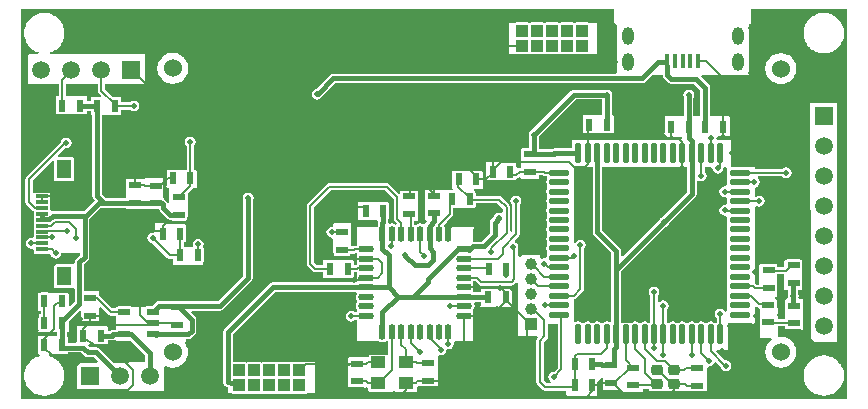
<source format=gtl>
G04 Layer_Physical_Order=1*
G04 Layer_Color=255*
%FSAX44Y44*%
%MOMM*%
G71*
G01*
G75*
%ADD10R,0.4000X1.3000*%
%ADD11R,0.6000X1.0000*%
%ADD12R,1.0000X0.6000*%
%ADD13O,0.5500X1.7500*%
%ADD14O,1.7500X0.5500*%
%ADD15R,1.3000X1.6500*%
%ADD16R,1.0000X0.3000*%
%ADD17R,1.1000X0.5500*%
G04:AMPARAMS|DCode=18|XSize=0.95mm|YSize=0.85mm|CornerRadius=0.2125mm|HoleSize=0mm|Usage=FLASHONLY|Rotation=0.000|XOffset=0mm|YOffset=0mm|HoleType=Round|Shape=RoundedRectangle|*
%AMROUNDEDRECTD18*
21,1,0.9500,0.4250,0,0,0.0*
21,1,0.5250,0.8500,0,0,0.0*
1,1,0.4250,0.2625,-0.2125*
1,1,0.4250,-0.2625,-0.2125*
1,1,0.4250,-0.2625,0.2125*
1,1,0.4250,0.2625,0.2125*
%
%ADD18ROUNDEDRECTD18*%
%ADD19R,1.2000X1.1000*%
%ADD20O,0.5500X1.3500*%
%ADD21O,1.3500X0.5500*%
%ADD22C,0.2000*%
%ADD23C,0.4000*%
%ADD24O,1.0000X1.5000*%
%ADD25R,1.0000X1.0000*%
%ADD26C,1.0000*%
%ADD27R,1.5000X1.5000*%
%ADD28C,1.5000*%
%ADD29R,1.5000X1.5000*%
%ADD30R,1.0000X1.0000*%
%ADD31C,1.5240*%
%ADD32C,0.5000*%
G36*
X00823615Y00921297D02*
Y00904584D01*
X00823615Y00904584D01*
X00823847Y00903414D01*
X00824510Y00902421D01*
X00826003Y00900929D01*
X00826078Y00900729D01*
X00825178Y00899632D01*
X00823823Y00900538D01*
X00821970Y00900906D01*
X00820117Y00900538D01*
X00818820Y00901475D01*
X00818878Y00901768D01*
Y00903549D01*
X00818991D01*
Y00904121D01*
X00819241Y00904288D01*
X00819684Y00904949D01*
X00819839Y00905730D01*
Y00915730D01*
X00819684Y00916510D01*
X00819241Y00917172D01*
X00819229Y00917299D01*
X00819427Y00917497D01*
X00818991Y00918369D01*
X00818555Y00918804D01*
X00793275D01*
Y00904421D01*
X00794147Y00903549D01*
X00809100D01*
X00809510Y00903159D01*
X00809966Y00902504D01*
X00810113Y00902049D01*
X00809892Y00900938D01*
X00809892Y00900938D01*
Y00898640D01*
X00809066Y00897351D01*
X00792886Y00897358D01*
Y00881750D01*
X00792801Y00881622D01*
X00790197D01*
X00790197Y00881622D01*
X00789026Y00881389D01*
X00788673Y00881153D01*
X00787173Y00881454D01*
Y00900934D01*
X00772789D01*
X00771918Y00900062D01*
Y00898287D01*
X00771144Y00897652D01*
X00769388Y00897303D01*
X00767900Y00896308D01*
X00766905Y00894820D01*
X00766556Y00893064D01*
X00766905Y00891308D01*
X00767900Y00889820D01*
X00769388Y00888825D01*
X00771144Y00888476D01*
X00771918Y00887841D01*
Y00875218D01*
X00772808D01*
Y00875052D01*
X00772963Y00874272D01*
X00773405Y00873610D01*
X00774067Y00873168D01*
X00774847Y00873013D01*
X00784847D01*
X00785627Y00873168D01*
X00786289Y00873610D01*
X00786731Y00874272D01*
X00786875Y00874993D01*
X00789686D01*
X00789686Y00874993D01*
X00790856Y00875226D01*
X00791273Y00875504D01*
X00792801D01*
X00792886Y00875377D01*
Y00865750D01*
X00792801Y00865622D01*
X00792536D01*
X00791365Y00865389D01*
X00791292Y00865340D01*
X00789792Y00865624D01*
Y00867253D01*
X00789788Y00867272D01*
Y00867808D01*
X00790224Y00868244D01*
X00789788Y00869116D01*
X00789352Y00869552D01*
X00764072D01*
Y00865312D01*
X00758547D01*
X00755959Y00867900D01*
Y00914102D01*
X00770473Y00928616D01*
X00816295D01*
X00823615Y00921297D01*
D02*
G37*
G36*
X00916173Y00913024D02*
Y00909922D01*
X00914673Y00909120D01*
X00914480Y00909249D01*
X00912724Y00909599D01*
X00910968Y00909249D01*
X00909480Y00908255D01*
X00908485Y00906766D01*
X00908339Y00906031D01*
X00906345Y00904038D01*
X00905461Y00902714D01*
X00905150Y00901154D01*
X00905151Y00901154D01*
Y00892243D01*
X00898083Y00885175D01*
X00891121D01*
Y00893000D01*
X00891147Y00897371D01*
X00891041Y00897318D01*
X00889647Y00897318D01*
X00866561Y00897328D01*
X00866444Y00897917D01*
X00865785Y00898903D01*
X00868133Y00901251D01*
X00868133Y00901251D01*
X00868796Y00902243D01*
X00868831Y00902420D01*
X00873240Y00906829D01*
X00873240Y00906829D01*
X00873903Y00907821D01*
X00874136Y00908992D01*
X00874136Y00908992D01*
Y00913387D01*
X00892702D01*
Y00914940D01*
X00892835Y00915139D01*
X00892991Y00915920D01*
Y00917740D01*
X00911457D01*
X00916173Y00913024D01*
D02*
G37*
G36*
X01105535Y00947910D02*
Y00933050D01*
X01104375Y00932098D01*
X01103884Y00932196D01*
X01102128Y00931847D01*
X01100640Y00930852D01*
X01099645Y00929364D01*
X01099296Y00927608D01*
X01099645Y00925852D01*
X01100640Y00924364D01*
X01102128Y00923369D01*
X01103884Y00923020D01*
X01104375Y00923118D01*
X01105535Y00922166D01*
Y00917048D01*
X01104375Y00916096D01*
X01103884Y00916194D01*
X01102128Y00915845D01*
X01100640Y00914850D01*
X01099645Y00913362D01*
X01099296Y00911606D01*
X01099645Y00909850D01*
X01100640Y00908362D01*
X01102128Y00907367D01*
X01103884Y00907018D01*
X01104375Y00907115D01*
X01105535Y00906164D01*
Y00826464D01*
X01104035Y00826009D01*
X01103338Y00827051D01*
X01101850Y00828046D01*
X01100094Y00828395D01*
X01098338Y00828046D01*
X01096850Y00827051D01*
X01095855Y00825563D01*
X01095506Y00823807D01*
X01095855Y00822051D01*
X01096850Y00820563D01*
X01097035Y00820439D01*
Y00816747D01*
X01096998Y00816722D01*
X01094953D01*
X01093829Y00817474D01*
X01091975Y00817842D01*
X01090122Y00817474D01*
X01088998Y00816722D01*
X01086953D01*
X01085828Y00817474D01*
X01083975Y00817842D01*
X01082122Y00817474D01*
X01080997Y00816722D01*
X01078953D01*
X01077828Y00817474D01*
X01075975Y00817842D01*
X01074122Y00817474D01*
X01072997Y00816722D01*
X01070953D01*
X01069828Y00817474D01*
X01067975Y00817842D01*
X01066122Y00817474D01*
X01064997Y00816722D01*
X01062953D01*
X01061828Y00817474D01*
X01059975Y00817842D01*
X01058122Y00817474D01*
X01056997Y00816722D01*
X01055034D01*
Y00827720D01*
X01055219Y00827844D01*
X01056214Y00829332D01*
X01056563Y00831088D01*
X01056214Y00832844D01*
X01055219Y00834332D01*
X01053731Y00835327D01*
X01051975Y00835676D01*
X01050219Y00835327D01*
X01048731Y00834332D01*
X01048534Y00834038D01*
X01047034Y00834493D01*
Y00839150D01*
X01047219Y00839274D01*
X01048214Y00840762D01*
X01048563Y00842518D01*
X01048214Y00844274D01*
X01047219Y00845762D01*
X01045731Y00846757D01*
X01043975Y00847106D01*
X01042219Y00846757D01*
X01040731Y00845762D01*
X01039736Y00844274D01*
X01039387Y00842518D01*
X01039736Y00840762D01*
X01040731Y00839274D01*
X01040916Y00839150D01*
Y00816722D01*
X01038953D01*
X01037828Y00817474D01*
X01035975Y00817842D01*
X01034122Y00817474D01*
X01032997Y00816722D01*
X01030953D01*
X01029828Y00817474D01*
X01027975Y00817842D01*
X01026122Y00817474D01*
X01024997Y00816722D01*
X01016053D01*
Y00859887D01*
X01053438Y00897271D01*
X01054385Y00897459D01*
X01055873Y00898454D01*
X01056868Y00899942D01*
X01057056Y00900890D01*
X01078859Y00922692D01*
X01078859Y00922692D01*
X01079743Y00924015D01*
X01080053Y00925576D01*
X01080053Y00925576D01*
Y00936220D01*
X01081553Y00937022D01*
X01082219Y00936577D01*
X01083975Y00936228D01*
X01085731Y00936577D01*
X01087219Y00937572D01*
X01088214Y00939060D01*
X01088563Y00940816D01*
X01088214Y00942572D01*
X01087219Y00944060D01*
X01087034Y00944184D01*
Y00948409D01*
X01092642D01*
X01093454Y00947420D01*
X01093803Y00945664D01*
X01094798Y00944176D01*
X01096286Y00943181D01*
X01098042Y00942832D01*
X01099798Y00943181D01*
X01101286Y00944176D01*
X01102281Y00945664D01*
X01102630Y00947420D01*
X01103820Y00948409D01*
X01105036D01*
X01105535Y00947910D01*
D02*
G37*
G36*
X01071897Y00927265D02*
X01049955Y00905324D01*
X01049385Y00904942D01*
X01049003Y00904372D01*
X01017439Y00872808D01*
X01016053Y00873382D01*
Y00877277D01*
X01015743Y00878838D01*
X01014859Y00880161D01*
X01014859Y00880161D01*
X01000053Y00894966D01*
Y00948409D01*
X01071897D01*
Y00927265D01*
D02*
G37*
G36*
X00962559Y00778334D02*
X00959380Y00775155D01*
X00958884Y00775253D01*
X00957128Y00774904D01*
X00955639Y00773910D01*
X00954645Y00772421D01*
X00954296Y00770665D01*
X00954645Y00768909D01*
X00955639Y00767421D01*
X00956796Y00766648D01*
X00956451Y00765148D01*
X00953134D01*
X00950470Y00767812D01*
Y00800075D01*
X00953315Y00802920D01*
X00953978Y00803913D01*
X00954211Y00805083D01*
X00954211Y00805083D01*
Y00815392D01*
X00962559D01*
Y00778334D01*
D02*
G37*
G36*
X00991897Y00893277D02*
X00991897Y00893277D01*
X00992207Y00891716D01*
X00993091Y00890393D01*
X01007897Y00875588D01*
Y00861576D01*
X01007897Y00861576D01*
X01007897Y00861576D01*
Y00817804D01*
X01006397Y00817094D01*
X01005828Y00817474D01*
X01003975Y00817842D01*
X01002122Y00817474D01*
X01000997Y00816722D01*
X00998953D01*
X00997829Y00817474D01*
X00995975Y00817842D01*
X00994122Y00817474D01*
X00992997Y00816722D01*
X00990953D01*
X00989828Y00817474D01*
X00987975Y00817842D01*
X00986122Y00817474D01*
X00984997Y00816722D01*
X00982953D01*
X00981829Y00817474D01*
X00979975Y00817842D01*
X00978122Y00817474D01*
X00977230Y00816877D01*
X00976010Y00817738D01*
Y00836463D01*
X00977067Y00836673D01*
X00978060Y00837336D01*
X00983873Y00843149D01*
X00984536Y00844141D01*
X00984769Y00845312D01*
X00984769Y00845312D01*
Y00878774D01*
X00984954Y00878898D01*
X00985949Y00880386D01*
X00986298Y00882142D01*
X00985949Y00883898D01*
X00984954Y00885386D01*
X00983466Y00886381D01*
X00981710Y00886730D01*
X00979954Y00886381D01*
X00978466Y00885386D01*
X00977510Y00883956D01*
X00977397Y00883933D01*
X00976010Y00884292D01*
Y00948409D01*
X00991897D01*
Y00893277D01*
D02*
G37*
G36*
X01153782Y00844264D02*
X01157782D01*
Y00841447D01*
X01157531Y00841071D01*
X01157181Y00839315D01*
X01157373Y00838354D01*
X01156383Y00836923D01*
X01156258Y00836854D01*
X01155961D01*
X01155090Y00835982D01*
Y00834189D01*
X01155035Y00833913D01*
Y00827913D01*
X01155090Y00827637D01*
Y00819725D01*
X01148746D01*
Y00829382D01*
X01147914D01*
Y00834880D01*
X01147758Y00835660D01*
X01147317Y00836322D01*
X01146655Y00836764D01*
X01146285Y00836837D01*
X01146433Y00838337D01*
X01148416D01*
X01147980Y00840401D01*
X01148416Y00840837D01*
Y00857430D01*
X01153782D01*
Y00844264D01*
D02*
G37*
G36*
X01207750Y00751750D02*
X00507750D01*
Y01081750D01*
X01010351D01*
Y01071065D01*
X01010351Y01071063D01*
X01010351Y01071061D01*
X01010429Y01070673D01*
X01010506Y01070285D01*
X01010507Y01070283D01*
X01010508Y01070281D01*
X01010726Y01069955D01*
X01010948Y01069623D01*
X01010950Y01069622D01*
X01010951Y01069620D01*
X01011277Y01069404D01*
X01011609Y01069182D01*
X01011612Y01069181D01*
X01011614Y01069180D01*
X01012001Y01069104D01*
X01012390Y01069026D01*
X01012423Y01067607D01*
X01012423Y01028505D01*
X01011362Y01027444D01*
X00772526D01*
X00772525Y01027444D01*
X00770965Y01027134D01*
X00769642Y01026250D01*
X00769641Y01026250D01*
X00757750Y01014359D01*
X00757195Y01014248D01*
X00755706Y01013253D01*
X00754712Y01011765D01*
X00754363Y01010009D01*
X00754712Y01008253D01*
X00755706Y01006765D01*
X00757195Y01005770D01*
X00758951Y01005421D01*
X00760706Y01005770D01*
X00762195Y01006765D01*
X00763190Y01008253D01*
X00763192Y01008265D01*
X00774215Y01019288D01*
X01034007D01*
X01034007Y01019288D01*
X01035568Y01019598D01*
X01036891Y01020482D01*
X01042674Y01026265D01*
X01051184D01*
X01051470Y01024829D01*
X01052354Y01023506D01*
X01055596Y01020264D01*
X01056919Y01019380D01*
X01058480Y01019069D01*
X01058480Y01019069D01*
X01077907D01*
X01083164Y01013813D01*
Y00991158D01*
X01077270Y00991158D01*
Y01006995D01*
X01077605Y01007497D01*
X01077954Y01009253D01*
X01077605Y01011009D01*
X01076610Y01012497D01*
X01075122Y01013492D01*
X01073366Y01013841D01*
X01071610Y01013492D01*
X01070122Y01012497D01*
X01069127Y01011009D01*
X01068778Y01009253D01*
X01069113Y01007569D01*
Y00991158D01*
X01053051D01*
Y00977646D01*
X01052615Y00977210D01*
X01053051Y00976339D01*
X01055708Y00973682D01*
X01067682D01*
X01067777Y00973659D01*
X01068014Y00972991D01*
X01066944Y00971520D01*
X00975904D01*
X00975012Y00971520D01*
X00974347Y00971188D01*
X00974679Y00970855D01*
X00974679Y00970158D01*
Y00964077D01*
X00959673D01*
X00958112Y00963767D01*
X00957725Y00963509D01*
X00946700D01*
Y00964134D01*
X00946418D01*
Y00973214D01*
X00946776Y00973750D01*
X00946936Y00974553D01*
X00977929Y01005546D01*
X00999919D01*
Y00992030D01*
X00984184D01*
Y00978518D01*
X00983748Y00978082D01*
X00984184Y00977210D01*
X00984620Y00976775D01*
X01009900D01*
Y00991158D01*
X01009028Y00992030D01*
X01008076D01*
Y01007416D01*
X01008236Y01007656D01*
X01008586Y01009412D01*
X01008236Y01011168D01*
X01007242Y01012657D01*
X01005753Y01013651D01*
X01003997Y01014000D01*
X01002502Y01013703D01*
X00976240D01*
X00976240Y01013703D01*
X00974679Y01013392D01*
X00973356Y01012508D01*
X00940211Y00979364D01*
X00939293Y00978751D01*
X00938299Y00977262D01*
X00937949Y00975506D01*
X00938262Y00973936D01*
Y00964469D01*
X00934290D01*
X00933510Y00964314D01*
X00933241Y00964134D01*
X00933188D01*
X00932752Y00964570D01*
X00931880Y00964134D01*
X00931444Y00963699D01*
Y00948324D01*
X00930199Y00947489D01*
X00929029Y00947256D01*
X00929022Y00947251D01*
X00927522Y00948053D01*
Y00950623D01*
X00927958Y00951058D01*
X00927522Y00951930D01*
X00927086Y00952366D01*
X00901806D01*
Y00937982D01*
X00902677Y00937111D01*
X00927522D01*
Y00938508D01*
X00928460Y00938695D01*
X00929453Y00939358D01*
X00930059Y00939964D01*
X00931444Y00939389D01*
Y00938418D01*
X00945828D01*
X00946700Y00939290D01*
Y00941371D01*
X00949455D01*
X00949490Y00941336D01*
X00949490Y00941336D01*
X00950482Y00940673D01*
X00951653Y00940441D01*
X00953064Y00940433D01*
Y00937448D01*
X00953001Y00937353D01*
X00952632Y00935499D01*
X00953001Y00933646D01*
X00953064Y00933551D01*
Y00929447D01*
X00953001Y00929353D01*
X00952632Y00927499D01*
X00953001Y00925646D01*
X00953064Y00925551D01*
Y00921448D01*
X00953001Y00921353D01*
X00952632Y00919499D01*
X00953001Y00917646D01*
X00953064Y00917551D01*
Y00913447D01*
X00953001Y00913352D01*
X00952632Y00911499D01*
X00953001Y00909645D01*
X00953064Y00909551D01*
Y00905447D01*
X00953001Y00905352D01*
X00952632Y00903499D01*
X00953001Y00901646D01*
X00953064Y00901551D01*
Y00897447D01*
X00953001Y00897352D01*
X00952632Y00895499D01*
X00953001Y00893645D01*
X00953064Y00893551D01*
Y00889447D01*
X00953001Y00889352D01*
X00952632Y00887499D01*
X00953001Y00885646D01*
X00953064Y00885551D01*
Y00881447D01*
X00953001Y00881352D01*
X00952632Y00879499D01*
X00953001Y00877645D01*
X00953064Y00877551D01*
Y00873447D01*
X00953001Y00873352D01*
X00952812Y00872400D01*
X00951365Y00871240D01*
X00951162Y00871199D01*
X00950976Y00871236D01*
X00949220Y00870887D01*
X00949072Y00870788D01*
X00947571Y00871589D01*
Y00873474D01*
X00931880D01*
X00931009Y00872603D01*
X00930137Y00872167D01*
X00928679Y00872830D01*
X00928679Y00878914D01*
X00929003Y00880544D01*
X00928654Y00882300D01*
X00927659Y00883789D01*
X00926683Y00884441D01*
X00926293Y00886172D01*
X00929350Y00889229D01*
X00930013Y00890221D01*
X00930246Y00891391D01*
Y00916536D01*
X00931109Y00917828D01*
X00931458Y00919584D01*
X00931109Y00921339D01*
X00930114Y00922828D01*
X00928625Y00923822D01*
X00926870Y00924172D01*
X00925114Y00923822D01*
X00923625Y00922828D01*
X00922631Y00921339D01*
X00922282Y00919584D01*
X00922631Y00917828D01*
X00923625Y00916339D01*
X00924128Y00916003D01*
Y00893707D01*
X00923791Y00893407D01*
X00922359Y00894048D01*
X00922291Y00894156D01*
Y00914291D01*
X00922058Y00915461D01*
X00921395Y00916454D01*
X00921395Y00916454D01*
X00914887Y00922962D01*
X00913895Y00923625D01*
X00912724Y00923858D01*
X00912724Y00923858D01*
X00892991D01*
Y00925920D01*
X00892835Y00926700D01*
X00892702Y00926899D01*
Y00927770D01*
X00891854Y00928619D01*
X00891887Y00930119D01*
X00898984D01*
Y00944502D01*
X00898113Y00945374D01*
X00873268D01*
Y00931862D01*
X00872832Y00931427D01*
X00873268Y00930555D01*
X00873681Y00930142D01*
X00873648Y00928642D01*
X00866990D01*
X00865684Y00929051D01*
X00865662Y00929057D01*
X00865629Y00929265D01*
X00864248Y00929265D01*
X00852117D01*
X00851681Y00929701D01*
X00850809Y00929265D01*
X00850374Y00928829D01*
Y00903549D01*
X00850407D01*
Y00903341D01*
X00850932D01*
X00851506Y00901955D01*
X00851086Y00901536D01*
X00850388Y00900491D01*
X00850090Y00900191D01*
X00849062Y00899986D01*
X00848630Y00899999D01*
X00847823Y00900538D01*
X00845970Y00900906D01*
X00844117Y00900538D01*
X00842545Y00899488D01*
X00841349Y00899681D01*
X00841029Y00899918D01*
Y00902462D01*
X00843698D01*
X00844570Y00903334D01*
Y00928178D01*
X00831058D01*
X00830622Y00928614D01*
X00829751Y00928178D01*
X00829315Y00927743D01*
Y00926369D01*
X00827815Y00925748D01*
X00819725Y00933838D01*
X00818733Y00934501D01*
X00817562Y00934734D01*
X00817562Y00934734D01*
X00769206D01*
X00769206Y00934734D01*
X00768036Y00934501D01*
X00767043Y00933838D01*
X00750738Y00917532D01*
X00750075Y00916540D01*
X00749842Y00915369D01*
X00749842Y00915369D01*
Y00866633D01*
X00749842Y00866633D01*
X00750075Y00865462D01*
X00750738Y00864470D01*
X00755117Y00860090D01*
X00755117Y00860090D01*
X00756109Y00859427D01*
X00757280Y00859194D01*
X00764072D01*
Y00855168D01*
X00764944Y00854296D01*
X00789788D01*
Y00857234D01*
X00789792Y00857253D01*
Y00859194D01*
X00792226D01*
X00792226Y00859194D01*
X00792886Y00858653D01*
Y00850642D01*
X00721087D01*
X00721087Y00850642D01*
X00719527Y00850331D01*
X00718203Y00849447D01*
X00718203Y00849447D01*
X00680630Y00811874D01*
X00679746Y00810551D01*
X00679436Y00808990D01*
X00679436Y00808990D01*
Y00766064D01*
X00679481Y00765838D01*
X00679461Y00765608D01*
X00679635Y00765064D01*
X00679746Y00764503D01*
X00679874Y00764312D01*
X00679944Y00764092D01*
X00680313Y00763655D01*
X00680630Y00763180D01*
X00680822Y00763052D01*
X00680970Y00762876D01*
X00681478Y00762614D01*
X00681953Y00762296D01*
X00682179Y00762251D01*
X00682384Y00762145D01*
X00682964Y00761978D01*
Y00756849D01*
X00686449D01*
X00686929Y00756528D01*
X00687709Y00756373D01*
X00697709D01*
X00698490Y00756528D01*
X00698970Y00756849D01*
X00699148D01*
X00699629Y00756528D01*
X00700409Y00756373D01*
X00710409D01*
X00711190Y00756528D01*
X00711670Y00756849D01*
X00711849D01*
X00712329Y00756528D01*
X00713109Y00756373D01*
X00723109D01*
X00723890Y00756528D01*
X00724370Y00756849D01*
X00724548D01*
X00725029Y00756528D01*
X00725809Y00756373D01*
X00735809D01*
X00736590Y00756528D01*
X00737070Y00756849D01*
X00737249D01*
X00737729Y00756528D01*
X00738509Y00756373D01*
X00748509D01*
X00749290Y00756528D01*
X00749770Y00756849D01*
X00757167D01*
X00757167Y00766059D01*
X00757167Y00783075D01*
X00736630Y00782969D01*
X00736590Y00782996D01*
X00735809Y00783151D01*
X00725809D01*
X00725029Y00782996D01*
X00724898Y00782908D01*
X00724028Y00782904D01*
X00723890Y00782996D01*
X00723109Y00783151D01*
X00713109D01*
X00712329Y00782996D01*
X00712099Y00782842D01*
X00711425Y00782839D01*
X00711190Y00782996D01*
X00710409Y00783151D01*
X00700409D01*
X00699629Y00782996D01*
X00699300Y00782776D01*
X00698822Y00782774D01*
X00698490Y00782996D01*
X00697709Y00783151D01*
X00687709D01*
X00687592Y00783247D01*
Y00807301D01*
X00722776Y00842485D01*
X00791573D01*
X00792375Y00840985D01*
X00791995Y00840417D01*
X00791627Y00838563D01*
X00791995Y00836710D01*
X00792886Y00835377D01*
Y00833750D01*
X00791995Y00832417D01*
X00791627Y00830563D01*
X00791995Y00828710D01*
X00792886Y00827377D01*
Y00826511D01*
X00792344Y00825934D01*
X00790964Y00825349D01*
X00789475Y00826343D01*
X00787720Y00826693D01*
X00785964Y00826343D01*
X00784475Y00825349D01*
X00783481Y00823860D01*
X00783131Y00822104D01*
X00783481Y00820349D01*
X00784475Y00818860D01*
X00785964Y00817866D01*
X00787720Y00817516D01*
X00789475Y00817866D01*
X00790964Y00818860D01*
X00791088Y00819046D01*
X00792886D01*
Y00801252D01*
X00811124D01*
X00812117Y00800589D01*
X00813970Y00800220D01*
X00815823Y00800589D01*
X00816816Y00801252D01*
X00818911D01*
Y00789421D01*
X00803991D01*
X00803936Y00789421D01*
X00803819Y00789432D01*
X00802491Y00789554D01*
Y00789028D01*
X00802423Y00787556D01*
X00786120D01*
X00785248Y00786684D01*
Y00761840D01*
X00798760D01*
X00799196Y00761404D01*
X00800067Y00761840D01*
X00800368Y00762141D01*
X00801868Y00761520D01*
Y00760366D01*
X00802023Y00759585D01*
X00802466Y00758924D01*
X00802491Y00758907D01*
Y00758246D01*
X00843658Y00758246D01*
Y00761934D01*
X00844323Y00763158D01*
X00859400D01*
X00859836Y00762722D01*
X00860708Y00763158D01*
X00861143Y00763594D01*
Y00788245D01*
X00861190Y00788337D01*
X00862424Y00789403D01*
X00863550Y00789179D01*
X00865306Y00789528D01*
X00866795Y00790523D01*
X00867789Y00792011D01*
X00868139Y00793767D01*
X00869609Y00794056D01*
X00869950Y00793988D01*
X00871706Y00794337D01*
X00873194Y00795332D01*
X00874189Y00796820D01*
X00874538Y00798576D01*
X00874304Y00799752D01*
X00875241Y00801252D01*
X00891121D01*
Y00827477D01*
X00891944Y00828710D01*
X00892313Y00830563D01*
X00891944Y00832417D01*
X00891565Y00832985D01*
X00892365Y00834485D01*
X00897182D01*
Y00831497D01*
X00896746Y00831062D01*
X00897182Y00830190D01*
X00897618Y00829754D01*
X00924053D01*
Y00842983D01*
X00922027Y00845009D01*
X00897182D01*
Y00842642D01*
X00891121D01*
Y00851477D01*
X00891251Y00851673D01*
X00892796D01*
X00895556Y00848913D01*
X00896548Y00848250D01*
X00897719Y00848018D01*
X00923210D01*
X00923542Y00848084D01*
X00923571Y00848078D01*
X00924742Y00848311D01*
X00925734Y00848974D01*
X00927329Y00850569D01*
X00928829Y00849948D01*
Y00805043D01*
X00944827D01*
X00945401Y00803658D01*
X00945248Y00803505D01*
X00945248Y00803505D01*
X00944585Y00802513D01*
X00944352Y00801342D01*
Y00766545D01*
X00944352Y00766545D01*
X00944585Y00765375D01*
X00945248Y00764382D01*
X00949704Y00759926D01*
X00949704Y00759926D01*
X00950696Y00759263D01*
X00951867Y00759030D01*
X00969801D01*
Y00755791D01*
X00970672Y00754919D01*
X00995517D01*
X00995517Y00766395D01*
X00999797Y00770676D01*
X01001183Y00770102D01*
Y00759278D01*
X01013710D01*
X01015131Y00758842D01*
X01015748Y00757556D01*
Y00756662D01*
X01033001D01*
X01033437Y00756227D01*
X01034309Y00756662D01*
X01034745Y00757098D01*
Y00760487D01*
X01039523D01*
X01039694Y00758987D01*
X01039543Y00758836D01*
X01040088Y00758564D01*
X01040360Y00758836D01*
X01041131Y00758836D01*
X01043104D01*
X01043829Y00758692D01*
X01049079D01*
X01049791Y00758833D01*
X01073611Y00758478D01*
X01073611Y00758478D01*
Y00758478D01*
X01074960Y00758842D01*
X01087484D01*
X01087920Y00758406D01*
X01088792Y00758842D01*
X01089228Y00759278D01*
Y00778595D01*
X01090387Y00779547D01*
X01090866Y00779451D01*
X01092622Y00779800D01*
X01094110Y00780795D01*
X01095105Y00782284D01*
X01095227Y00782898D01*
X01096855Y00783392D01*
X01100083Y00780164D01*
X01100079Y00780142D01*
X01100428Y00778386D01*
X01101422Y00776898D01*
X01102911Y00775903D01*
X01104667Y00775554D01*
X01106423Y00775903D01*
X01107911Y00776898D01*
X01108906Y00778386D01*
X01109255Y00780142D01*
X01108906Y00781898D01*
X01107911Y00783386D01*
X01106423Y00784381D01*
X01104667Y00784730D01*
X01104251Y00784648D01*
X01096508Y00792391D01*
X01097082Y00793777D01*
X01106699D01*
Y00816057D01*
X01106836Y00816390D01*
X01126700D01*
X01127995Y00815877D01*
X01127996Y00815876D01*
D01*
X01128148Y00815724D01*
X01129145Y00816722D01*
X01129145Y00816848D01*
Y00830065D01*
X01130531Y00830639D01*
X01130998Y00830172D01*
X01131991Y00829509D01*
X01132373Y00829433D01*
X01133491Y00828510D01*
Y00803666D01*
X01143050D01*
X01143559Y00802166D01*
X01142277Y00801182D01*
X01142145Y00801031D01*
X01142092Y00800990D01*
X01142052Y00800938D01*
X01141901Y00800805D01*
X01140137Y00798507D01*
X01140049Y00798327D01*
X01140008Y00798275D01*
X01139983Y00798213D01*
X01139871Y00798046D01*
X01138763Y00795370D01*
X01138724Y00795173D01*
X01138698Y00795112D01*
X01138690Y00795046D01*
X01138625Y00794856D01*
X01138247Y00791985D01*
X01138260Y00791784D01*
X01138252Y00791719D01*
X01138260Y00791653D01*
X01138247Y00791452D01*
X01138625Y00788581D01*
X01138690Y00788390D01*
X01138698Y00788325D01*
X01138724Y00788264D01*
X01138763Y00788066D01*
X01139871Y00785391D01*
X01139983Y00785224D01*
X01140008Y00785162D01*
X01140049Y00785110D01*
X01140137Y00784930D01*
X01141901Y00782632D01*
X01142052Y00782499D01*
X01142092Y00782447D01*
X01142145Y00782406D01*
X01142277Y00782255D01*
X01144575Y00780492D01*
X01144755Y00780403D01*
X01144808Y00780363D01*
X01144869Y00780338D01*
X01145036Y00780226D01*
X01147712Y00779118D01*
X01147909Y00779078D01*
X01147970Y00779053D01*
X01148036Y00779044D01*
X01148226Y00778980D01*
X01151098Y00778602D01*
X01151232Y00778611D01*
X01151364Y00778584D01*
X01151496Y00778611D01*
X01151630Y00778602D01*
X01154501Y00778980D01*
X01154692Y00779044D01*
X01154757Y00779053D01*
X01154819Y00779078D01*
X01155016Y00779118D01*
X01157692Y00780226D01*
X01157859Y00780338D01*
X01157920Y00780363D01*
X01157972Y00780403D01*
X01158153Y00780492D01*
X01160450Y00782255D01*
X01160583Y00782406D01*
X01160636Y00782447D01*
X01160676Y00782499D01*
X01160827Y00782632D01*
X01162590Y00784930D01*
X01162679Y00785110D01*
X01162719Y00785162D01*
X01162745Y00785224D01*
X01162856Y00785391D01*
X01163965Y00788066D01*
X01164004Y00788264D01*
X01164029Y00788325D01*
X01164038Y00788391D01*
X01164102Y00788581D01*
X01164480Y00791452D01*
X01164467Y00791653D01*
X01164476Y00791719D01*
X01164467Y00791784D01*
X01164480Y00791985D01*
X01164102Y00794856D01*
X01164038Y00795046D01*
X01164029Y00795112D01*
X01164004Y00795173D01*
X01163965Y00795370D01*
X01162856Y00798046D01*
X01162745Y00798213D01*
X01162719Y00798275D01*
X01162679Y00798327D01*
X01162590Y00798507D01*
X01160827Y00800805D01*
X01160676Y00800938D01*
X01160636Y00800990D01*
X01160583Y00801031D01*
X01160450Y00801182D01*
X01158153Y00802945D01*
X01157972Y00803034D01*
X01157920Y00803074D01*
X01157859Y00803099D01*
X01157692Y00803211D01*
X01155016Y00804319D01*
X01154819Y00804359D01*
X01154757Y00804384D01*
X01154692Y00804392D01*
X01154501Y00804457D01*
X01151630Y00804835D01*
X01151496Y00804826D01*
X01151364Y00804853D01*
X01151232Y00804826D01*
X01151098Y00804835D01*
X01149874Y00804674D01*
X01148746Y00805663D01*
Y00813608D01*
X01155035D01*
Y00812913D01*
X01155090Y00812637D01*
Y00811138D01*
X01156130D01*
X01156294Y00811029D01*
X01157074Y00810874D01*
X01167074D01*
X01167854Y00811029D01*
X01168018Y00811138D01*
X01168602D01*
X01169037Y00810702D01*
X01169909Y00811138D01*
X01170345Y00811574D01*
Y00836854D01*
X01167281D01*
X01167156Y00836923D01*
X01166167Y00838354D01*
X01166358Y00839315D01*
X01166009Y00841071D01*
X01165939Y00841175D01*
Y00843914D01*
X01167439Y00844119D01*
X01167730Y00843828D01*
X01168602Y00844264D01*
X01169037Y00844700D01*
Y00846791D01*
X01169140Y00847310D01*
Y00853310D01*
X01169037Y00853828D01*
Y00861791D01*
X01169140Y00862310D01*
Y00868309D01*
X01169037Y00868828D01*
Y00869980D01*
X01168201D01*
X01167882Y00870193D01*
X01167101Y00870349D01*
X01157101D01*
X01156321Y00870193D01*
X01156001Y00869980D01*
X01154654D01*
X01153782Y00869108D01*
Y00863547D01*
X01148416D01*
Y00866117D01*
X01134033D01*
X01133161Y00865246D01*
Y00848892D01*
X01131077D01*
X01130307Y00849662D01*
X01129315Y00850325D01*
X01129145Y00850359D01*
Y00914922D01*
X01130645Y00915723D01*
X01131338Y00915260D01*
X01133094Y00914911D01*
X01134850Y00915260D01*
X01136338Y00916255D01*
X01137333Y00917744D01*
X01137682Y00919499D01*
X01137333Y00921255D01*
X01136338Y00922744D01*
X01134850Y00923738D01*
X01133094Y00924088D01*
X01131338Y00923738D01*
X01130645Y00923275D01*
X01129145Y00924077D01*
Y00930917D01*
X01130786Y00931243D01*
X01132274Y00932238D01*
X01133269Y00933726D01*
X01133618Y00935482D01*
X01133269Y00937238D01*
X01132274Y00938726D01*
X01131954Y00938941D01*
X01132409Y00940441D01*
X01152586D01*
X01152710Y00940255D01*
X01154198Y00939260D01*
X01155954Y00938911D01*
X01157710Y00939260D01*
X01159198Y00940255D01*
X01160193Y00941743D01*
X01160542Y00943499D01*
X01160193Y00945255D01*
X01159198Y00946744D01*
X01157710Y00947738D01*
X01155954Y00948087D01*
X01154198Y00947738D01*
X01152710Y00946744D01*
X01152586Y00946558D01*
X01129145D01*
Y00948575D01*
X01109026D01*
X01108860Y00948741D01*
Y00971520D01*
X01097646D01*
X01096788Y00972566D01*
X01096633Y00973346D01*
X01097756Y00974846D01*
X01107970D01*
X01107970Y00990019D01*
X01107970Y00990286D01*
X01107098Y00991158D01*
X01106831Y00991158D01*
X01091320Y00991158D01*
Y01015502D01*
X01091320Y01015502D01*
X01091010Y01017063D01*
X01090126Y01018386D01*
X01090126Y01018386D01*
X01083747Y01024765D01*
X01084368Y01026265D01*
X01124240Y01026265D01*
X01124240Y01069298D01*
X01124532Y01069357D01*
X01124920Y01069434D01*
X01124922Y01069436D01*
X01124924Y01069436D01*
X01125250Y01069655D01*
X01125582Y01069876D01*
X01125583Y01069878D01*
X01125585Y01069880D01*
X01125802Y01070205D01*
X01126024Y01070538D01*
X01126024Y01070540D01*
X01126026Y01070542D01*
X01126102Y01070929D01*
X01126179Y01071318D01*
Y01081750D01*
X01207750D01*
Y00751750D01*
D02*
G37*
%LPC*%
G36*
X01199104Y01002323D02*
X01176094D01*
X01177024Y00821981D01*
Y00803468D01*
X01176751Y00803196D01*
X01179381Y00800567D01*
X01199104D01*
X01199104Y01002323D01*
D02*
G37*
G36*
X00527750Y01078862D02*
X00527651Y01078842D01*
X00527550Y01078852D01*
X00524610Y01078562D01*
X00524417Y01078504D01*
X00524218Y01078484D01*
X00521390Y01077627D01*
X00521213Y01077532D01*
X00521021Y01077474D01*
X00518415Y01076081D01*
X00518260Y01075953D01*
X00518083Y01075859D01*
X00515798Y01073984D01*
X00515671Y01073829D01*
X00515516Y01073702D01*
X00513641Y01071417D01*
X00513547Y01071240D01*
X00513419Y01071085D01*
X00512026Y01068479D01*
X00511968Y01068287D01*
X00511873Y01068110D01*
X00511016Y01065283D01*
X00510996Y01065082D01*
X00510938Y01064890D01*
X00510648Y01061950D01*
X00510668Y01061750D01*
X00510648Y01061550D01*
X00510938Y01058610D01*
X00510996Y01058418D01*
X00511016Y01058217D01*
X00511873Y01055390D01*
X00511968Y01055213D01*
X00512026Y01055021D01*
X00513419Y01052415D01*
X00513547Y01052260D01*
X00513641Y01052083D01*
X00515516Y01049798D01*
X00515671Y01049671D01*
X00515798Y01049516D01*
X00518083Y01047641D01*
X00518260Y01047547D01*
X00518415Y01047419D01*
X00521021Y01046026D01*
X00521213Y01045968D01*
X00521390Y01045873D01*
X00523003Y01045384D01*
X00522784Y01043883D01*
X00514608Y01043841D01*
X00513940Y01043173D01*
X00513940Y01018289D01*
X00539788D01*
Y01008593D01*
X00537805D01*
Y00994209D01*
X00538677Y00993337D01*
X00538814D01*
X00539066Y00993169D01*
X00539847Y00993014D01*
X00545847D01*
X00546627Y00993169D01*
X00546879Y00993337D01*
X00553814D01*
X00554067Y00993169D01*
X00554847Y00993014D01*
X00560847D01*
X00561627Y00993169D01*
X00561879Y00993337D01*
X00563521D01*
Y00995975D01*
X00567008D01*
Y00992902D01*
X00567880Y00992030D01*
X00568408D01*
Y00923993D01*
X00568408Y00923993D01*
X00568718Y00922432D01*
X00569603Y00921109D01*
X00570455Y00920257D01*
X00561143Y00910945D01*
X00534749D01*
X00534749Y00910945D01*
X00534410Y00910877D01*
X00532970Y00911948D01*
X00532910Y00912108D01*
Y00926302D01*
X00520496D01*
X00520166Y00925973D01*
X00518628D01*
X00517917Y00927178D01*
Y00937009D01*
X00534610Y00953703D01*
X00536110Y00953081D01*
Y00938200D01*
X00536266Y00937420D01*
X00536708Y00936758D01*
X00537369Y00936316D01*
X00538150Y00936161D01*
X00551150D01*
X00551930Y00936316D01*
X00552592Y00936758D01*
X00553034Y00937420D01*
X00553189Y00938200D01*
Y00954700D01*
X00553034Y00955481D01*
X00552592Y00956142D01*
X00551930Y00956584D01*
X00551150Y00956739D01*
X00539768D01*
X00539147Y00958239D01*
X00545193Y00964285D01*
X00546333Y00964059D01*
X00548088Y00964408D01*
X00549577Y00965403D01*
X00550572Y00966891D01*
X00550921Y00968647D01*
X00550572Y00970403D01*
X00549577Y00971891D01*
X00548088Y00972886D01*
X00546333Y00973235D01*
X00544577Y00972886D01*
X00543088Y00971891D01*
X00542094Y00970403D01*
X00541954Y00969697D01*
X00512695Y00940439D01*
X00512032Y00939446D01*
X00511799Y00938276D01*
X00511799Y00938276D01*
Y00918464D01*
X00511799Y00918464D01*
X00512032Y00917293D01*
X00512695Y00916301D01*
X00517459Y00911538D01*
X00517459Y00911538D01*
X00518451Y00910875D01*
X00518628Y00910839D01*
Y00910288D01*
X00518611Y00910200D01*
Y00907200D01*
X00518628Y00907112D01*
Y00905289D01*
X00518611Y00905201D01*
Y00902200D01*
X00518628Y00902112D01*
Y00900288D01*
X00518611Y00900200D01*
Y00897200D01*
X00518628Y00897112D01*
Y00895289D01*
X00518611Y00895201D01*
Y00892200D01*
X00518628Y00892112D01*
Y00890288D01*
X00518611Y00890200D01*
Y00889129D01*
X00517451Y00888177D01*
X00516890Y00888289D01*
X00515134Y00887939D01*
X00513646Y00886945D01*
X00512651Y00885456D01*
X00512302Y00883700D01*
X00512651Y00881945D01*
X00513646Y00880456D01*
X00515134Y00879462D01*
X00516890Y00879112D01*
X00517451Y00879224D01*
X00518611Y00878272D01*
Y00877200D01*
X00518628Y00877112D01*
Y00875110D01*
X00532780D01*
X00533115Y00873425D01*
X00534109Y00871937D01*
X00535598Y00870942D01*
X00537354Y00870593D01*
X00539109Y00870942D01*
X00540598Y00871937D01*
X00541593Y00873425D01*
X00541939Y00875166D01*
X00557589D01*
X00557861Y00873779D01*
Y00873747D01*
X00554646Y00870532D01*
X00553762Y00869209D01*
X00553452Y00867648D01*
X00553452Y00867648D01*
Y00866850D01*
X00551952Y00866070D01*
X00551930Y00866085D01*
X00551150Y00866240D01*
X00538150D01*
X00537369Y00866085D01*
X00536708Y00865642D01*
X00536266Y00864981D01*
X00536110Y00864201D01*
Y00847701D01*
X00536266Y00846920D01*
X00536708Y00846259D01*
X00537369Y00845817D01*
X00538150Y00845661D01*
X00551150D01*
X00551930Y00845817D01*
X00551952Y00845831D01*
X00553452Y00845051D01*
Y00834357D01*
X00549685Y00830590D01*
X00548299Y00831164D01*
Y00841006D01*
X00547427Y00841878D01*
X00531709D01*
X00531523Y00842002D01*
X00530743Y00842158D01*
X00524743D01*
X00523963Y00842002D01*
X00523777Y00841878D01*
X00522583D01*
Y00828366D01*
X00522147Y00827931D01*
X00522583Y00827059D01*
X00523019Y00826623D01*
X00524684D01*
Y00823786D01*
X00523039D01*
Y00821989D01*
X00522859Y00821720D01*
X00522704Y00820940D01*
Y00810940D01*
X00522859Y00810160D01*
X00522885Y00810120D01*
X00522603Y00809838D01*
X00523039Y00808966D01*
X00523474Y00808530D01*
X00538664D01*
Y00805132D01*
X00522465D01*
Y00791620D01*
X00522029Y00791184D01*
X00522465Y00790312D01*
X00522901Y00789876D01*
X00523639D01*
X00523862Y00788376D01*
X00521390Y00787627D01*
X00521213Y00787532D01*
X00521021Y00787474D01*
X00518415Y00786081D01*
X00518260Y00785953D01*
X00518083Y00785859D01*
X00515798Y00783984D01*
X00515671Y00783829D01*
X00515516Y00783702D01*
X00513641Y00781418D01*
X00513547Y00781240D01*
X00513419Y00781085D01*
X00512026Y00778479D01*
X00511968Y00778287D01*
X00511873Y00778110D01*
X00511016Y00775283D01*
X00510996Y00775083D01*
X00510938Y00774890D01*
X00510648Y00771950D01*
X00510668Y00771750D01*
X00510648Y00771550D01*
X00510938Y00768610D01*
X00510996Y00768418D01*
X00511016Y00768218D01*
X00511873Y00765390D01*
X00511968Y00765213D01*
X00512026Y00765021D01*
X00513419Y00762415D01*
X00513547Y00762260D01*
X00513641Y00762083D01*
X00515516Y00759799D01*
X00515671Y00759671D01*
X00515798Y00759516D01*
X00518083Y00757641D01*
X00518260Y00757547D01*
X00518415Y00757419D01*
X00521021Y00756026D01*
X00521213Y00755968D01*
X00521390Y00755873D01*
X00524218Y00755016D01*
X00524417Y00754996D01*
X00524610Y00754938D01*
X00527550Y00754648D01*
X00527651Y00754658D01*
X00527750Y00754638D01*
X00527849Y00754658D01*
X00527950Y00754648D01*
X00530890Y00754938D01*
X00531083Y00754996D01*
X00531283Y00755016D01*
X00534110Y00755873D01*
X00534287Y00755968D01*
X00534479Y00756026D01*
X00537085Y00757419D01*
X00537240Y00757547D01*
X00537417Y00757641D01*
X00539702Y00759516D01*
X00539829Y00759671D01*
X00539984Y00759799D01*
X00541859Y00762083D01*
X00541953Y00762260D01*
X00542081Y00762415D01*
X00543474Y00765021D01*
X00543532Y00765213D01*
X00543627Y00765390D01*
X00544484Y00768218D01*
X00544504Y00768418D01*
X00544562Y00768610D01*
X00544852Y00771550D01*
X00544832Y00771750D01*
X00544852Y00771950D01*
X00544562Y00774890D01*
X00544504Y00775083D01*
X00544484Y00775283D01*
X00543627Y00778110D01*
X00543532Y00778287D01*
X00543474Y00778479D01*
X00542081Y00781085D01*
X00541953Y00781240D01*
X00541859Y00781418D01*
X00539984Y00783702D01*
X00539829Y00783829D01*
X00539702Y00783984D01*
X00537417Y00785859D01*
X00537240Y00785953D01*
X00537085Y00786081D01*
X00534479Y00787474D01*
X00534287Y00787532D01*
X00534110Y00787627D01*
X00531638Y00788376D01*
X00531861Y00789876D01*
X00548181D01*
Y00791450D01*
X00559225D01*
X00562036Y00788639D01*
X00562036Y00788639D01*
X00563359Y00787755D01*
X00564920Y00787444D01*
X00570084D01*
X00573360Y00784169D01*
X00572789Y00782782D01*
X00557837Y00782705D01*
X00555208Y00780075D01*
X00555208Y00758966D01*
X00629411Y00758966D01*
X00629411Y00769562D01*
X00629411Y00778891D01*
X00630911Y00779864D01*
X00632712Y00779118D01*
X00632909Y00779078D01*
X00632970Y00779053D01*
X00633036Y00779044D01*
X00633226Y00778980D01*
X00636098Y00778602D01*
X00636232Y00778611D01*
X00636364Y00778584D01*
X00636496Y00778611D01*
X00636630Y00778602D01*
X00639501Y00778980D01*
X00639692Y00779044D01*
X00639757Y00779053D01*
X00639819Y00779078D01*
X00640016Y00779118D01*
X00642692Y00780226D01*
X00642859Y00780338D01*
X00642920Y00780363D01*
X00642972Y00780403D01*
X00643153Y00780492D01*
X00645450Y00782255D01*
X00645583Y00782406D01*
X00645636Y00782447D01*
X00645676Y00782499D01*
X00645827Y00782632D01*
X00647590Y00784930D01*
X00647679Y00785110D01*
X00647719Y00785162D01*
X00647745Y00785224D01*
X00647856Y00785391D01*
X00648965Y00788066D01*
X00649004Y00788264D01*
X00649029Y00788325D01*
X00649038Y00788391D01*
X00649102Y00788581D01*
X00649480Y00791452D01*
X00649467Y00791653D01*
X00649476Y00791719D01*
X00649467Y00791784D01*
X00649480Y00791985D01*
X00649102Y00794856D01*
X00649038Y00795046D01*
X00649029Y00795112D01*
X00649004Y00795173D01*
X00648965Y00795370D01*
X00647856Y00798046D01*
X00647745Y00798213D01*
X00647719Y00798275D01*
X00647679Y00798327D01*
X00647590Y00798507D01*
X00647028Y00799240D01*
X00647260Y00800249D01*
X00647696Y00800685D01*
Y00802706D01*
X00649746D01*
X00649746Y00802706D01*
X00651307Y00803016D01*
X00652630Y00803900D01*
X00655374Y00806645D01*
X00655374Y00806645D01*
X00656258Y00807968D01*
X00656569Y00809529D01*
Y00819256D01*
X00656569Y00819257D01*
X00656258Y00820817D01*
X00655374Y00822140D01*
X00655374Y00822140D01*
X00652211Y00825304D01*
X00652785Y00826690D01*
X00676363D01*
X00676363Y00826690D01*
X00677923Y00827000D01*
X00679247Y00827884D01*
X00702884Y00851521D01*
X00703768Y00852844D01*
X00704078Y00854405D01*
Y00919460D01*
X00704579Y00920210D01*
X00704929Y00921966D01*
X00704579Y00923722D01*
X00703585Y00925210D01*
X00702096Y00926205D01*
X00700341Y00926554D01*
X00698585Y00926205D01*
X00697096Y00925210D01*
X00696102Y00923722D01*
X00695752Y00921966D01*
X00695922Y00921115D01*
Y00856095D01*
X00674673Y00834846D01*
X00645786D01*
X00645760Y00834864D01*
X00644979Y00835019D01*
X00634980D01*
X00634199Y00834864D01*
X00634173Y00834846D01*
X00624696D01*
X00623136Y00834536D01*
X00621813Y00833652D01*
X00621812Y00833652D01*
X00618521Y00830360D01*
X00613999D01*
X00613219Y00830205D01*
X00612620Y00829805D01*
X00607840Y00829739D01*
X00602458D01*
X00602441Y00829763D01*
X00601780Y00830205D01*
X00600999Y00830360D01*
X00590000D01*
X00589219Y00830205D01*
X00588558Y00829763D01*
X00588116Y00829101D01*
X00588022Y00828630D01*
X00585396D01*
X00574217Y00839809D01*
X00574035Y00839931D01*
Y00843400D01*
X00561608D01*
Y00865959D01*
X00564824Y00869174D01*
X00564824Y00869174D01*
X00565465Y00870134D01*
X00565708Y00870497D01*
Y00870497D01*
X00565708Y00870498D01*
X00565835Y00871139D01*
X00566018Y00872058D01*
X00566018Y00872058D01*
X00566018Y00877593D01*
Y00904284D01*
X00575501Y00913768D01*
X00578633D01*
X00578633Y00913768D01*
X00596860D01*
Y00912569D01*
X00611244D01*
X00611638Y00912963D01*
X00613119Y00913008D01*
Y00913009D01*
X00616411D01*
X00616762Y00912774D01*
X00617542Y00912619D01*
X00624413D01*
X00624453Y00912420D01*
X00625337Y00911096D01*
X00631314Y00905119D01*
X00631314Y00905119D01*
X00632637Y00904235D01*
X00634198Y00903925D01*
X00634198Y00903925D01*
X00635245D01*
X00635488Y00903561D01*
X00636149Y00903119D01*
X00636930Y00902964D01*
X00646930D01*
X00647710Y00903119D01*
X00648372Y00903561D01*
X00648814Y00904223D01*
X00648969Y00905003D01*
Y00905694D01*
X00649004Y00905728D01*
Y00925752D01*
X00653477Y00930225D01*
X00653477Y00930225D01*
X00653792Y00930697D01*
X00657273D01*
Y00945080D01*
X00656401Y00945952D01*
X00654400D01*
X00654373Y00945957D01*
Y00966207D01*
X00654597Y00966357D01*
X00655592Y00967845D01*
X00655941Y00969601D01*
X00655592Y00971357D01*
X00654597Y00972845D01*
X00653109Y00973840D01*
X00651353Y00974189D01*
X00649597Y00973840D01*
X00648109Y00972845D01*
X00647114Y00971357D01*
X00646765Y00969601D01*
X00647114Y00967845D01*
X00648109Y00966357D01*
X00648256Y00966258D01*
Y00945957D01*
X00648229Y00945952D01*
X00631557D01*
Y00932440D01*
X00631121Y00932004D01*
X00631557Y00931133D01*
X00631993Y00930697D01*
X00633517D01*
X00633748Y00930137D01*
Y00917220D01*
X00632248Y00917072D01*
X00631989Y00918378D01*
X00631105Y00919701D01*
X00631105Y00919701D01*
X00630264Y00920542D01*
X00629504Y00921050D01*
X00629426Y00921438D01*
X00628984Y00922100D01*
X00628374Y00922507D01*
Y00938725D01*
X00614862D01*
X00614426Y00939161D01*
X00613555Y00938725D01*
X00613529Y00938699D01*
X00612115Y00938285D01*
X00612115Y00938285D01*
X00612115Y00938285D01*
X00598604D01*
X00598168Y00938721D01*
X00597296Y00938285D01*
X00596860Y00937849D01*
Y00921925D01*
X00580322D01*
X00576565Y00925682D01*
Y00992030D01*
X00592724D01*
Y00994602D01*
X00592814Y00995053D01*
Y00996914D01*
X00600137D01*
X00600261Y00996728D01*
X00601750Y00995734D01*
X00603505Y00995385D01*
X00605261Y00995734D01*
X00606750Y00996728D01*
X00607744Y00998217D01*
X00608093Y00999973D01*
X00607744Y01001729D01*
X00606750Y01003217D01*
X00605261Y01004212D01*
X00603505Y01004561D01*
X00601750Y01004212D01*
X00600261Y01003217D01*
X00600137Y01003031D01*
X00592814D01*
Y01005053D01*
X00592724Y01005503D01*
Y01005542D01*
X00593160Y01005977D01*
X00592724Y01006849D01*
X00592288Y01007285D01*
X00585901D01*
X00579010Y01014176D01*
Y01018289D01*
X00613010D01*
X00613010Y01044348D01*
X00532888Y01043935D01*
X00532661Y01045434D01*
X00534110Y01045873D01*
X00534287Y01045968D01*
X00534479Y01046026D01*
X00537085Y01047419D01*
X00537240Y01047547D01*
X00537417Y01047641D01*
X00539702Y01049516D01*
X00539829Y01049671D01*
X00539984Y01049798D01*
X00541859Y01052083D01*
X00541953Y01052260D01*
X00542081Y01052415D01*
X00543474Y01055021D01*
X00543532Y01055213D01*
X00543627Y01055390D01*
X00544484Y01058217D01*
X00544504Y01058418D01*
X00544562Y01058610D01*
X00544852Y01061550D01*
X00544832Y01061750D01*
X00544852Y01061950D01*
X00544562Y01064890D01*
X00544504Y01065082D01*
X00544484Y01065283D01*
X00543627Y01068110D01*
X00543532Y01068287D01*
X00543474Y01068479D01*
X00542081Y01071085D01*
X00541953Y01071240D01*
X00541859Y01071417D01*
X00539984Y01073702D01*
X00539829Y01073829D01*
X00539702Y01073984D01*
X00537417Y01075859D01*
X00537240Y01075953D01*
X00537085Y01076081D01*
X00534479Y01077474D01*
X00534287Y01077532D01*
X00534110Y01077627D01*
X00531283Y01078484D01*
X00531083Y01078504D01*
X00530890Y01078562D01*
X00527950Y01078852D01*
X00527849Y01078842D01*
X00527750Y01078862D01*
D02*
G37*
G36*
X01187750D02*
X01187651Y01078842D01*
X01187550Y01078852D01*
X01184610Y01078562D01*
X01184418Y01078504D01*
X01184218Y01078484D01*
X01181390Y01077627D01*
X01181213Y01077532D01*
X01181021Y01077474D01*
X01178415Y01076081D01*
X01178260Y01075953D01*
X01178083Y01075859D01*
X01175799Y01073984D01*
X01175671Y01073829D01*
X01175516Y01073702D01*
X01173642Y01071417D01*
X01173547Y01071240D01*
X01173419Y01071085D01*
X01172027Y01068479D01*
X01171968Y01068287D01*
X01171874Y01068110D01*
X01171016Y01065283D01*
X01170996Y01065082D01*
X01170938Y01064890D01*
X01170648Y01061950D01*
X01170668Y01061750D01*
X01170648Y01061550D01*
X01170938Y01058610D01*
X01170996Y01058418D01*
X01171016Y01058217D01*
X01171874Y01055390D01*
X01171968Y01055213D01*
X01172027Y01055021D01*
X01173419Y01052415D01*
X01173547Y01052260D01*
X01173642Y01052083D01*
X01175516Y01049798D01*
X01175671Y01049671D01*
X01175799Y01049516D01*
X01178083Y01047641D01*
X01178260Y01047547D01*
X01178415Y01047419D01*
X01181021Y01046026D01*
X01181213Y01045968D01*
X01181390Y01045873D01*
X01184218Y01045016D01*
X01184418Y01044996D01*
X01184610Y01044938D01*
X01187550Y01044648D01*
X01187651Y01044658D01*
X01187750Y01044638D01*
X01187850Y01044658D01*
X01187950Y01044648D01*
X01190891Y01044938D01*
X01191083Y01044996D01*
X01191283Y01045016D01*
X01194110Y01045873D01*
X01194287Y01045968D01*
X01194480Y01046026D01*
X01197085Y01047419D01*
X01197241Y01047547D01*
X01197418Y01047641D01*
X01199702Y01049516D01*
X01199829Y01049671D01*
X01199985Y01049798D01*
X01201859Y01052083D01*
X01201954Y01052260D01*
X01202081Y01052415D01*
X01203474Y01055021D01*
X01203532Y01055213D01*
X01203627Y01055390D01*
X01204485Y01058217D01*
X01204504Y01058418D01*
X01204563Y01058610D01*
X01204852Y01061550D01*
X01204833Y01061750D01*
X01204852Y01061950D01*
X01204563Y01064890D01*
X01204504Y01065082D01*
X01204485Y01065283D01*
X01203627Y01068110D01*
X01203532Y01068287D01*
X01203474Y01068479D01*
X01202081Y01071085D01*
X01201954Y01071240D01*
X01201859Y01071417D01*
X01199985Y01073702D01*
X01199829Y01073829D01*
X01199702Y01073984D01*
X01197418Y01075859D01*
X01197241Y01075953D01*
X01197085Y01076081D01*
X01194480Y01077474D01*
X01194287Y01077532D01*
X01194110Y01077627D01*
X01191283Y01078484D01*
X01191083Y01078504D01*
X01190891Y01078562D01*
X01187950Y01078852D01*
X01187850Y01078842D01*
X01187750Y01078862D01*
D02*
G37*
G36*
Y00788862D02*
X01187651Y00788842D01*
X01187550Y00788852D01*
X01184610Y00788562D01*
X01184418Y00788504D01*
X01184218Y00788484D01*
X01181390Y00787627D01*
X01181213Y00787532D01*
X01181021Y00787474D01*
X01178415Y00786081D01*
X01178260Y00785953D01*
X01178083Y00785859D01*
X01175799Y00783984D01*
X01175671Y00783829D01*
X01175516Y00783702D01*
X01173642Y00781418D01*
X01173547Y00781240D01*
X01173419Y00781085D01*
X01172027Y00778479D01*
X01171968Y00778287D01*
X01171874Y00778110D01*
X01171016Y00775283D01*
X01170996Y00775083D01*
X01170938Y00774890D01*
X01170648Y00771950D01*
X01170668Y00771750D01*
X01170648Y00771550D01*
X01170938Y00768610D01*
X01170996Y00768418D01*
X01171016Y00768218D01*
X01171874Y00765390D01*
X01171968Y00765213D01*
X01172027Y00765021D01*
X01173419Y00762415D01*
X01173547Y00762260D01*
X01173642Y00762083D01*
X01175516Y00759799D01*
X01175671Y00759671D01*
X01175799Y00759516D01*
X01178083Y00757641D01*
X01178260Y00757547D01*
X01178415Y00757419D01*
X01181021Y00756026D01*
X01181213Y00755968D01*
X01181390Y00755873D01*
X01184218Y00755016D01*
X01184418Y00754996D01*
X01184610Y00754938D01*
X01187550Y00754648D01*
X01187651Y00754658D01*
X01187750Y00754638D01*
X01187850Y00754658D01*
X01187950Y00754648D01*
X01190891Y00754938D01*
X01191083Y00754996D01*
X01191283Y00755016D01*
X01194110Y00755873D01*
X01194287Y00755968D01*
X01194480Y00756026D01*
X01197085Y00757419D01*
X01197241Y00757547D01*
X01197418Y00757641D01*
X01199702Y00759516D01*
X01199829Y00759671D01*
X01199985Y00759799D01*
X01201859Y00762083D01*
X01201954Y00762260D01*
X01202081Y00762415D01*
X01203474Y00765021D01*
X01203532Y00765213D01*
X01203627Y00765390D01*
X01204485Y00768218D01*
X01204504Y00768418D01*
X01204563Y00768610D01*
X01204852Y00771550D01*
X01204833Y00771750D01*
X01204852Y00771950D01*
X01204563Y00774890D01*
X01204504Y00775083D01*
X01204485Y00775283D01*
X01203627Y00778110D01*
X01203532Y00778287D01*
X01203474Y00778479D01*
X01202081Y00781085D01*
X01201954Y00781240D01*
X01201859Y00781418D01*
X01199985Y00783702D01*
X01199829Y00783829D01*
X01199702Y00783984D01*
X01197418Y00785859D01*
X01197241Y00785953D01*
X01197085Y00786081D01*
X01194480Y00787474D01*
X01194287Y00787532D01*
X01194110Y00787627D01*
X01191283Y00788484D01*
X01191083Y00788504D01*
X01190891Y00788562D01*
X01187950Y00788852D01*
X01187850Y00788842D01*
X01187750Y00788862D01*
D02*
G37*
G36*
X00988245Y01070779D02*
X00978245D01*
X00977464Y01070624D01*
X00977046Y01070344D01*
X00976746Y01070343D01*
X00976325Y01070624D01*
X00975545Y01070779D01*
X00965545D01*
X00964764Y01070624D01*
X00964247Y01070278D01*
X00964143Y01070278D01*
X00963625Y01070624D01*
X00962845Y01070779D01*
X00952845D01*
X00952064Y01070624D01*
X00951495Y01070243D01*
X00950925Y01070624D01*
X00950145Y01070779D01*
X00940145D01*
X00939364Y01070624D01*
X00938795Y01070243D01*
X00938225Y01070624D01*
X00937445Y01070779D01*
X00927445D01*
X00926664Y01070624D01*
X00926003Y01070182D01*
X00925935Y01070081D01*
X00921301Y01070057D01*
Y01044214D01*
X00939278D01*
X00939364Y01044156D01*
X00940145Y01044001D01*
X00950145D01*
X00950925Y01044156D01*
X00951012Y01044214D01*
X00951978D01*
X00952064Y01044156D01*
X00952845Y01044001D01*
X00962845D01*
X00963625Y01044156D01*
X00963712Y01044214D01*
X00964678D01*
X00964764Y01044156D01*
X00965545Y01044001D01*
X00975545D01*
X00976325Y01044156D01*
X00976412Y01044214D01*
X00977377D01*
X00977464Y01044156D01*
X00978245Y01044001D01*
X00988245D01*
X00989025Y01044156D01*
X00989112Y01044214D01*
X00995504D01*
X00995504Y01053423D01*
X00995504Y01070440D01*
X00989349Y01070408D01*
X00989025Y01070624D01*
X00988245Y01070779D01*
D02*
G37*
G36*
X01151364Y01044853D02*
X01151232Y01044826D01*
X01151098Y01044835D01*
X01148226Y01044457D01*
X01148036Y01044392D01*
X01147970Y01044384D01*
X01147909Y01044359D01*
X01147712Y01044319D01*
X01145036Y01043211D01*
X01144869Y01043099D01*
X01144808Y01043074D01*
X01144755Y01043034D01*
X01144575Y01042945D01*
X01142277Y01041182D01*
X01142145Y01041031D01*
X01142092Y01040990D01*
X01142052Y01040938D01*
X01141901Y01040805D01*
X01140137Y01038507D01*
X01140049Y01038327D01*
X01140008Y01038275D01*
X01139983Y01038213D01*
X01139871Y01038046D01*
X01138763Y01035370D01*
X01138724Y01035173D01*
X01138698Y01035112D01*
X01138690Y01035046D01*
X01138625Y01034856D01*
X01138247Y01031985D01*
X01138260Y01031784D01*
X01138252Y01031719D01*
X01138260Y01031653D01*
X01138247Y01031452D01*
X01138625Y01028581D01*
X01138690Y01028390D01*
X01138698Y01028325D01*
X01138724Y01028264D01*
X01138763Y01028066D01*
X01139871Y01025391D01*
X01139983Y01025223D01*
X01140008Y01025162D01*
X01140049Y01025110D01*
X01140137Y01024930D01*
X01141901Y01022632D01*
X01142052Y01022499D01*
X01142092Y01022447D01*
X01142145Y01022406D01*
X01142277Y01022255D01*
X01144575Y01020492D01*
X01144755Y01020403D01*
X01144808Y01020363D01*
X01144869Y01020338D01*
X01145036Y01020226D01*
X01147712Y01019118D01*
X01147909Y01019078D01*
X01147970Y01019053D01*
X01148036Y01019044D01*
X01148226Y01018980D01*
X01151098Y01018602D01*
X01151232Y01018611D01*
X01151364Y01018584D01*
X01151496Y01018611D01*
X01151630Y01018602D01*
X01154501Y01018980D01*
X01154692Y01019044D01*
X01154757Y01019053D01*
X01154819Y01019078D01*
X01155016Y01019118D01*
X01157692Y01020226D01*
X01157859Y01020338D01*
X01157920Y01020363D01*
X01157972Y01020403D01*
X01158153Y01020492D01*
X01160450Y01022255D01*
X01160583Y01022406D01*
X01160636Y01022447D01*
X01160676Y01022499D01*
X01160827Y01022632D01*
X01162590Y01024930D01*
X01162679Y01025110D01*
X01162719Y01025162D01*
X01162745Y01025223D01*
X01162856Y01025391D01*
X01163965Y01028066D01*
X01164004Y01028264D01*
X01164029Y01028325D01*
X01164038Y01028391D01*
X01164102Y01028581D01*
X01164480Y01031452D01*
X01164467Y01031653D01*
X01164476Y01031719D01*
X01164467Y01031784D01*
X01164480Y01031985D01*
X01164102Y01034856D01*
X01164038Y01035046D01*
X01164029Y01035112D01*
X01164004Y01035173D01*
X01163965Y01035370D01*
X01162856Y01038046D01*
X01162745Y01038213D01*
X01162719Y01038275D01*
X01162679Y01038327D01*
X01162590Y01038507D01*
X01160827Y01040805D01*
X01160676Y01040938D01*
X01160636Y01040990D01*
X01160583Y01041031D01*
X01160450Y01041182D01*
X01158153Y01042945D01*
X01157972Y01043034D01*
X01157920Y01043074D01*
X01157859Y01043099D01*
X01157692Y01043211D01*
X01155016Y01044319D01*
X01154819Y01044359D01*
X01154757Y01044384D01*
X01154692Y01044392D01*
X01154501Y01044457D01*
X01151630Y01044835D01*
X01151496Y01044826D01*
X01151364Y01044853D01*
D02*
G37*
G36*
X00646824Y00900934D02*
X00621544D01*
Y00893834D01*
X00620044Y00892603D01*
X00619651Y00892681D01*
X00617896Y00892332D01*
X00616407Y00891337D01*
X00615412Y00889848D01*
X00615063Y00888093D01*
X00615412Y00886337D01*
X00616407Y00884848D01*
X00617896Y00883854D01*
X00619651Y00883505D01*
X00619870Y00883548D01*
X00631998Y00871421D01*
X00631998Y00871421D01*
X00632990Y00870757D01*
X00634161Y00870525D01*
X00636800D01*
Y00866065D01*
X00637671Y00865193D01*
X00662515D01*
Y00867636D01*
X00662930Y00868256D01*
X00663085Y00869036D01*
Y00879036D01*
X00662930Y00879817D01*
X00662488Y00880478D01*
X00662486Y00880480D01*
X00662353Y00881148D01*
X00662702Y00882904D01*
X00662353Y00884660D01*
X00661358Y00886148D01*
X00659870Y00887143D01*
X00658114Y00887492D01*
X00656358Y00887143D01*
X00654870Y00886148D01*
X00653875Y00884660D01*
X00653526Y00882904D01*
X00653728Y00881889D01*
X00652726Y00880517D01*
X00652601Y00880448D01*
X00647508D01*
X00647488Y00880478D01*
X00646827Y00880920D01*
X00646105Y00881064D01*
Y00882904D01*
X00646026Y00883302D01*
Y00885050D01*
X00646747Y00885193D01*
X00647409Y00885636D01*
X00647851Y00886297D01*
X00648006Y00887077D01*
Y00897077D01*
X00647851Y00897858D01*
X00647409Y00898519D01*
X00647696Y00899626D01*
X00647260Y00900498D01*
X00646824Y00900934D01*
D02*
G37*
G36*
X00636513Y01045020D02*
X00636381Y01044994D01*
X00636247Y01045003D01*
X00633375Y01044625D01*
X00633185Y01044560D01*
X00633119Y01044552D01*
X00633058Y01044526D01*
X00632861Y01044487D01*
X00630185Y01043379D01*
X00630018Y01043267D01*
X00629957Y01043242D01*
X00629904Y01043201D01*
X00629724Y01043112D01*
X00627426Y01041349D01*
X00627294Y01041198D01*
X00627241Y01041158D01*
X00627201Y01041105D01*
X00627050Y01040973D01*
X00625287Y01038675D01*
X00625198Y01038495D01*
X00625157Y01038442D01*
X00625132Y01038381D01*
X00625020Y01038214D01*
X00623912Y01035538D01*
X00623873Y01035341D01*
X00623848Y01035280D01*
X00623839Y01035214D01*
X00623774Y01035024D01*
X00623396Y01032152D01*
X00623409Y01031952D01*
X00623401Y01031886D01*
X00623409Y01031821D01*
X00623396Y01031620D01*
X00623774Y01028748D01*
X00623839Y01028558D01*
X00623848Y01028493D01*
X00623873Y01028431D01*
X00623912Y01028234D01*
X00625020Y01025558D01*
X00625132Y01025391D01*
X00625157Y01025330D01*
X00625198Y01025278D01*
X00625287Y01025097D01*
X00627050Y01022800D01*
X00627201Y01022667D01*
X00627241Y01022615D01*
X00627294Y01022574D01*
X00627426Y01022423D01*
X00629724Y01020660D01*
X00629904Y01020571D01*
X00629957Y01020531D01*
X00630018Y01020506D01*
X00630185Y01020394D01*
X00632861Y01019285D01*
X00633058Y01019246D01*
X00633119Y01019221D01*
X00633185Y01019212D01*
X00633375Y01019148D01*
X00636247Y01018770D01*
X00636381Y01018778D01*
X00636513Y01018752D01*
X00636645Y01018778D01*
X00636779Y01018770D01*
X00639651Y01019148D01*
X00639841Y01019212D01*
X00639907Y01019221D01*
X00639968Y01019246D01*
X00640165Y01019285D01*
X00642841Y01020394D01*
X00643008Y01020506D01*
X00643069Y01020531D01*
X00643121Y01020571D01*
X00643302Y01020660D01*
X00645600Y01022423D01*
X00645732Y01022574D01*
X00645785Y01022615D01*
X00645825Y01022667D01*
X00645976Y01022800D01*
X00647739Y01025097D01*
X00647828Y01025278D01*
X00647868Y01025330D01*
X00647894Y01025391D01*
X00648005Y01025558D01*
X00649114Y01028234D01*
X00649153Y01028431D01*
X00649178Y01028493D01*
X00649187Y01028558D01*
X00649251Y01028748D01*
X00649630Y01031620D01*
X00649616Y01031821D01*
X00649625Y01031886D01*
X00649616Y01031952D01*
X00649630Y01032152D01*
X00649251Y01035024D01*
X00649187Y01035214D01*
X00649178Y01035280D01*
X00649153Y01035341D01*
X00649114Y01035538D01*
X00648005Y01038214D01*
X00647894Y01038381D01*
X00647868Y01038442D01*
X00647828Y01038495D01*
X00647739Y01038675D01*
X00645976Y01040973D01*
X00645825Y01041105D01*
X00645785Y01041158D01*
X00645732Y01041198D01*
X00645600Y01041349D01*
X00643302Y01043112D01*
X00643121Y01043201D01*
X00643069Y01043242D01*
X00643008Y01043267D01*
X00642841Y01043379D01*
X00640165Y01044487D01*
X00639968Y01044526D01*
X00639907Y01044552D01*
X00639841Y01044560D01*
X00639651Y01044625D01*
X00636779Y01045003D01*
X00636645Y01044994D01*
X00636513Y01045020D01*
D02*
G37*
%LPD*%
G36*
X00572892Y01012909D02*
X00572892Y01012909D01*
X00573125Y01011739D01*
X00573788Y01010747D01*
X00575864Y01008671D01*
X00575290Y01007285D01*
X00567008D01*
Y01004131D01*
X00563521D01*
Y01006849D01*
X00563957Y01007285D01*
X00563521Y01008157D01*
X00563085Y01008593D01*
X00545905D01*
Y01018289D01*
X00572892Y01018289D01*
Y01012909D01*
D02*
G37*
G36*
X00581966Y00823408D02*
X00582958Y00822745D01*
X00584129Y00822512D01*
X00588022D01*
X00588116Y00822041D01*
X00588558Y00821379D01*
X00588783Y00821228D01*
Y00810913D01*
X00588558Y00810763D01*
X00588482Y00810649D01*
X00586144D01*
X00586144Y00810649D01*
X00584583Y00810339D01*
X00583659Y00809722D01*
X00581437D01*
Y00812978D01*
X00580566Y00813850D01*
X00555721D01*
Y00801322D01*
X00555285Y00799902D01*
X00553864Y00799606D01*
X00548181D01*
Y00804260D01*
X00547309Y00805132D01*
X00546821D01*
Y00808530D01*
X00548755D01*
Y00818124D01*
X00557394Y00826763D01*
X00558779Y00826189D01*
Y00817684D01*
X00573163D01*
X00574035Y00818555D01*
Y00829380D01*
X00575421Y00829954D01*
X00581966Y00823408D01*
D02*
G37*
G36*
X00588783Y00801618D02*
Y00800880D01*
X00601395D01*
X00613260Y00789015D01*
Y00782990D01*
X00586213Y00782851D01*
X00574658Y00794406D01*
X00573335Y00795290D01*
X00571774Y00795601D01*
X00571774Y00795601D01*
X00566609D01*
X00565116Y00797094D01*
X00565737Y00798594D01*
X00581437D01*
Y00801565D01*
X00585216D01*
X00585216Y00801565D01*
X00586777Y00801875D01*
X00587143Y00802120D01*
X00587400Y00802167D01*
X00588783Y00801618D01*
D02*
G37*
D10*
X01055290Y01037779D02*
D03*
X01061790D02*
D03*
X01068290Y01037779D02*
D03*
X01074790Y01037779D02*
D03*
X01081290D02*
D03*
D11*
X00560920Y00805643D02*
D03*
X00575920D02*
D03*
X00542743Y00815940D02*
D03*
Y00835118D02*
D03*
Y00797634D02*
D03*
X00527743Y00815940D02*
D03*
Y00835118D02*
D03*
Y00797634D02*
D03*
X00627967Y00892077D02*
D03*
X00643046Y00874036D02*
D03*
X00658046D02*
D03*
X00642967Y00892077D02*
D03*
X00636314Y00938930D02*
D03*
X00651314D02*
D03*
X00587775Y01000053D02*
D03*
X00572774D02*
D03*
X00557847D02*
D03*
X00542847D02*
D03*
X00769753Y00862253D02*
D03*
X00784753D02*
D03*
X00814799Y00910730D02*
D03*
X00799799D02*
D03*
X00872951Y00920920D02*
D03*
X00887952D02*
D03*
X00878588Y00938155D02*
D03*
X00893588D02*
D03*
X00922382Y00944520D02*
D03*
X00907382D02*
D03*
X00988997Y00984184D02*
D03*
X01003997D02*
D03*
X01058191Y00982441D02*
D03*
X01073191D02*
D03*
X01087394Y00982440D02*
D03*
X01102394D02*
D03*
X00918871Y00862104D02*
D03*
X00918551Y00837920D02*
D03*
X00903871Y00862104D02*
D03*
X00903551Y00837920D02*
D03*
X00976793Y00781888D02*
D03*
Y00764236D02*
D03*
X00991793D02*
D03*
Y00781888D02*
D03*
D12*
X00792332Y00766972D02*
D03*
Y00781973D02*
D03*
X00852647Y00782242D02*
D03*
Y00767242D02*
D03*
X00779847Y00878052D02*
D03*
Y00893052D02*
D03*
X00836371Y00908834D02*
D03*
X00857783Y00909125D02*
D03*
Y00924125D02*
D03*
X00836371Y00923834D02*
D03*
X00939290Y00944430D02*
D03*
Y00959430D02*
D03*
X01007721Y00780725D02*
D03*
Y00765725D02*
D03*
X01026408Y00763546D02*
D03*
Y00778546D02*
D03*
X01080456Y00778382D02*
D03*
Y00763383D02*
D03*
X01140874Y00816880D02*
D03*
Y00831880D02*
D03*
X01162074Y00830913D02*
D03*
Y00815913D02*
D03*
X01162101Y00850310D02*
D03*
Y00865310D02*
D03*
X01141116Y00861047D02*
D03*
Y00846047D02*
D03*
X00641930Y00923003D02*
D03*
Y00908003D02*
D03*
X00622542Y00917658D02*
D03*
Y00932657D02*
D03*
X00604315Y00932867D02*
D03*
Y00917868D02*
D03*
X00566535Y00837646D02*
D03*
Y00822646D02*
D03*
X00639979Y00829980D02*
D03*
Y00814979D02*
D03*
D13*
X00979975Y00806999D02*
D03*
X00987975D02*
D03*
X00995975D02*
D03*
X01003975D02*
D03*
X01011975D02*
D03*
X01019975D02*
D03*
X01027975D02*
D03*
X01035975D02*
D03*
X01043975D02*
D03*
X01051975D02*
D03*
X01059975D02*
D03*
X01067975D02*
D03*
X01075975D02*
D03*
X01083975D02*
D03*
X01091975D02*
D03*
X01099975D02*
D03*
Y00959999D02*
D03*
X01091975D02*
D03*
X01083975D02*
D03*
X01075975D02*
D03*
X01067975D02*
D03*
X01059975D02*
D03*
X01051975D02*
D03*
X01043975D02*
D03*
X01035975D02*
D03*
X01027975D02*
D03*
X01019975D02*
D03*
X01011975D02*
D03*
X01003975D02*
D03*
X00995975D02*
D03*
X00987975D02*
D03*
X00979975D02*
D03*
D14*
X00963475Y00823499D02*
D03*
Y00831499D02*
D03*
Y00839499D02*
D03*
Y00847499D02*
D03*
Y00855499D02*
D03*
Y00863499D02*
D03*
Y00871499D02*
D03*
Y00879499D02*
D03*
Y00887499D02*
D03*
Y00895499D02*
D03*
Y00903499D02*
D03*
Y00911499D02*
D03*
Y00919499D02*
D03*
Y00927499D02*
D03*
Y00935499D02*
D03*
Y00943499D02*
D03*
X01116475Y00831499D02*
D03*
Y00823499D02*
D03*
Y00839499D02*
D03*
Y00847499D02*
D03*
Y00855499D02*
D03*
Y00863499D02*
D03*
Y00871499D02*
D03*
Y00879499D02*
D03*
Y00887499D02*
D03*
Y00895499D02*
D03*
Y00903499D02*
D03*
Y00911499D02*
D03*
Y00919499D02*
D03*
Y00927499D02*
D03*
Y00935499D02*
D03*
Y00943499D02*
D03*
D15*
X00544650Y00855950D02*
D03*
Y00946450D02*
D03*
D16*
X00525650Y00878700D02*
D03*
Y00883700D02*
D03*
Y00888700D02*
D03*
Y00893700D02*
D03*
Y00898700D02*
D03*
Y00903700D02*
D03*
Y00908700D02*
D03*
Y00913700D02*
D03*
Y00918700D02*
D03*
Y00923700D02*
D03*
D17*
X00619499Y00806571D02*
D03*
Y00816071D02*
D03*
Y00825571D02*
D03*
X00595499D02*
D03*
Y00806571D02*
D03*
D18*
X01046454Y00765023D02*
D03*
Y00776523D02*
D03*
X01060954D02*
D03*
Y00765023D02*
D03*
D19*
X00809907Y00765866D02*
D03*
Y00783646D02*
D03*
X00833788D02*
D03*
Y00765836D02*
D03*
D20*
X00813970Y00809063D02*
D03*
X00821970D02*
D03*
X00829970D02*
D03*
X00837970D02*
D03*
X00845970D02*
D03*
X00853970D02*
D03*
X00861970D02*
D03*
X00869970D02*
D03*
Y00892063D02*
D03*
X00861970D02*
D03*
X00853970D02*
D03*
X00845970D02*
D03*
X00837970D02*
D03*
X00829970D02*
D03*
X00821970D02*
D03*
X00813970D02*
D03*
D21*
X00800470Y00822563D02*
D03*
Y00830563D02*
D03*
Y00838563D02*
D03*
Y00846563D02*
D03*
Y00854563D02*
D03*
Y00862563D02*
D03*
Y00870563D02*
D03*
Y00878563D02*
D03*
X00883470Y00830563D02*
D03*
Y00822563D02*
D03*
Y00838563D02*
D03*
Y00846563D02*
D03*
Y00854563D02*
D03*
Y00862563D02*
D03*
Y00870563D02*
D03*
Y00878563D02*
D03*
D22*
X00598375Y00759968D02*
X00602439Y00764032D01*
Y00776781D01*
X00581660Y00797560D01*
X00570992D01*
X00560920Y00803656D01*
Y00805643D01*
Y00811276D01*
X00566535Y00816891D01*
Y00822646D01*
X00579374D01*
X00587714Y00814306D01*
X00617734D01*
X00619499Y00816071D01*
X00639256D01*
X00615442Y00816594D02*
X00608584Y00823452D01*
Y00886557D01*
X00615878Y00893851D01*
X00627755D01*
X00627967Y00892077D02*
Y00898144D01*
X00630866Y00901043D01*
X00669816D01*
X00676027Y00907254D01*
X00677226Y00907363D02*
Y00924144D01*
X00663308Y00938062D01*
Y00977438D01*
X00660348Y00980398D01*
X00636063D01*
X00620033Y00996428D01*
Y01012578D01*
X00602738Y01029873D01*
X00603505Y00999973D02*
X00588044D01*
X00587552Y01001309D02*
X00575951Y01012909D01*
Y01030716D01*
X00550190Y01029511D02*
X00542847Y01022168D01*
Y01000053D01*
X00545781Y00969199D02*
X00514858Y00938276D01*
Y00918464D01*
X00519622Y00913700D01*
X00525650D01*
Y00898700D02*
X00533654D01*
X00536820Y00901866D01*
X00548640D01*
X00554990Y00895516D01*
Y00888093D01*
X00534416Y00888700D02*
X00525650D01*
Y00883700D02*
X00516890D01*
X00525650Y00878700D02*
X00533895D01*
X00537534Y00875060D01*
X00538907Y00894200D02*
X00539138Y00894431D01*
X00543694D01*
X00543925Y00894200D01*
X00546982D01*
X00547370Y00894588D01*
X00538907Y00894200D02*
X00525366D01*
X00524819Y00893654D01*
X00525650Y00893700D02*
X00528828D01*
X00537633Y00923700D02*
X00541127Y00927195D01*
X00537633Y00923700D02*
X00525650D01*
Y00918700D01*
X00603783Y00932970D02*
X00604450Y00933638D01*
Y00943977D01*
X00604315Y00932867D02*
X00613156D01*
X00613366Y00932657D01*
X00622542D01*
X00626110D01*
X00632382Y00938930D01*
X00636314D01*
X00651314D02*
Y00969601D01*
Y00938930D02*
Y00932388D01*
X00641930Y00923003D01*
X00642967Y00892077D02*
Y00882983D01*
X00643046Y00882904D01*
Y00874036D01*
X00643120Y00873583D02*
X00634161D01*
X00619651Y00888093D01*
X00658046Y00882836D02*
X00658114Y00882904D01*
X00658046Y00882836D02*
Y00874036D01*
X00595499Y00825571D02*
X00584129D01*
X00572054Y00837646D01*
X00566535D01*
X00542743Y00835118D02*
Y00833120D01*
X00538226D01*
X00536194Y00831088D01*
Y00810837D01*
X00527743Y00802386D01*
Y00797634D01*
Y00795528D01*
X00534093Y00789178D01*
X00542544D01*
X00551434Y00780288D01*
Y00764032D01*
X00555498Y00759968D01*
X00598375D01*
X00527743Y00815940D02*
Y00835118D01*
X00743509Y00776112D02*
X00749370Y00781973D01*
X00786384D01*
X00792332D01*
X00800100D01*
X00801773Y00783646D01*
X00809907D01*
Y00765866D02*
X00811305D01*
X00821970Y00776531D01*
Y00809063D01*
X00829970D02*
Y00798076D01*
X00833788Y00794258D01*
Y00783646D01*
X00842264D01*
X00843668Y00782242D01*
X00852647D01*
Y00767242D02*
X00870620D01*
X00883470Y00780092D01*
Y00822563D01*
X00906141D01*
X00918551Y00834974D01*
X00919276D01*
X00938843Y00815406D01*
X00939730D01*
X00936437Y00812114D01*
Y00762684D01*
X00945083Y00754038D01*
X00987464D01*
X00991793Y00758367D01*
Y00764236D01*
X00998982D01*
X01000471Y00765725D01*
X01007721D01*
X01010412D01*
X01023233Y00778546D01*
X01026408D01*
X01019975Y00784979D01*
Y00806999D01*
X01027975D02*
Y00793967D01*
X01036320Y00785622D01*
Y00774250D01*
X01042966Y00767605D01*
X01046155Y00763546D02*
X01026408D01*
X01017405Y00757428D02*
X01058672D01*
X01060954Y00759710D01*
Y00765023D01*
X01069848D01*
X01071488Y00763383D01*
X01080456D01*
Y00778382D02*
X01071454D01*
X01069594Y00776523D01*
X01060954D01*
X01060541D01*
X01053212Y00783852D01*
X01046635D01*
X01035975Y00794512D01*
Y00806999D01*
X01046454Y00776523D02*
X01047750D01*
X01059250Y00765023D01*
X01060954D01*
X01090839Y00783957D02*
X01083975Y00790821D01*
Y00806999D01*
X01075975D02*
Y00789203D01*
X01091975Y00792597D02*
Y00806999D01*
Y00792597D02*
X01104269Y00780304D01*
X01099975Y00806999D02*
X01100094Y00807118D01*
Y00823807D01*
X01133161Y00832335D02*
X01141357D01*
X01133161D02*
X01125997Y00839499D01*
X01116475D01*
Y00847499D02*
X01128144D01*
X01129810Y00845833D01*
X01139532D01*
X01138464Y00860489D02*
X01155891D01*
X01160038Y00864635D01*
X01141519Y00816667D02*
X01162569D01*
X01116475Y00911499D02*
X01103991D01*
X01103884Y00911606D01*
X01133094Y00919499D02*
X01116475D01*
Y00927499D02*
X01103993D01*
X01103884Y00927608D01*
X01116475Y00935499D02*
X01129013D01*
X01129030Y00935482D01*
X01155954Y00943499D02*
X01116475D01*
X01099975Y00949353D02*
Y00959999D01*
Y00949353D02*
X01098042Y00947420D01*
X01102394Y00973582D02*
Y00982440D01*
Y01023415D01*
X01088030Y01037779D01*
X01081176D01*
X01058191Y00982441D02*
Y00974317D01*
X01060704Y00971804D01*
X01065435D01*
X01067975Y00969264D01*
Y00959999D01*
Y00947515D01*
X01068070Y00947420D01*
X01083975Y00940816D02*
Y00959999D01*
X01091975D02*
Y00972342D01*
X01092200Y00972566D01*
X01043975Y00842518D02*
Y00806999D01*
Y00805184D01*
X01044116Y00805043D01*
X01044552Y00804608D01*
X01044116Y00805043D02*
Y00795019D01*
X01051975Y00789366D02*
Y00806999D01*
Y00831088D01*
Y00789366D02*
X01051961Y00789352D01*
X01017405Y00757428D02*
X01009181Y00765652D01*
X01003975Y00795274D02*
Y00806999D01*
Y00795274D02*
X00999149Y00790448D01*
X00978825D01*
X00976793Y00788416D01*
Y00781888D01*
Y00764236D01*
X00974647Y00762089D01*
X00951867D01*
X00947411Y00766545D01*
Y00801342D01*
X00951152Y00805083D01*
Y00818551D01*
X00942839Y00826865D01*
X00951364Y00831887D02*
X00951752Y00831499D01*
X00963475D01*
X00962708Y00823539D02*
X00965618Y00820630D01*
Y00777067D01*
X00958884Y00770333D01*
Y00770665D01*
X00918551Y00834974D02*
Y00837920D01*
X00945738Y00847499D02*
X00963475D01*
Y00839499D02*
X00975897D01*
X00981710Y00845312D01*
Y00882142D01*
X00976122Y00872998D02*
X00974623Y00871499D01*
X00963475D01*
X00950976Y00866648D02*
X00954125Y00863499D01*
X00963475D01*
Y00855499D02*
X00951138D01*
X00942143Y00864494D01*
Y00867634D01*
X00945738Y00847499D02*
X00939730Y00853506D01*
X00925620Y00853186D02*
X00925620Y00880424D01*
X00915978Y00880183D02*
X00927187Y00891391D01*
Y00920197D01*
X00919232Y00914291D02*
X00912724Y00920799D01*
X00888137D01*
X00886598Y00918301D02*
X00886691Y00918208D01*
X00886598Y00918301D02*
Y00923423D01*
X00878254Y00931767D01*
Y00937431D01*
X00871077Y00921763D02*
Y00908992D01*
X00865970Y00903885D01*
Y00903414D01*
X00861970Y00899414D01*
Y00892063D01*
X00845970D02*
Y00876732D01*
X00849751Y00872951D01*
X00883470Y00862563D02*
X00888580D01*
X00888658Y00862641D01*
X00903343D01*
X00894063Y00854732D02*
X00897719Y00851076D01*
X00923210D01*
X00923571Y00851136D02*
X00925620Y00853186D01*
X00919601Y00840890D02*
X00913928Y00846563D01*
X00883470D01*
Y00854563D02*
X00885695Y00853054D01*
X00883470Y00854563D02*
X00883638Y00854732D01*
X00894063D01*
X00919601Y00840890D02*
Y00838912D01*
X00915978Y00875000D02*
Y00880183D01*
Y00875000D02*
X00911541Y00870563D01*
X00883470D01*
X00905975Y00876567D02*
Y00879460D01*
X00919232Y00892717D01*
Y00914291D01*
X00902118Y00938155D02*
X00906457Y00942493D01*
X00907382Y00944520D02*
Y00946069D01*
X00914066Y00952754D01*
X00971664D01*
X00976236Y00948182D01*
X00985520D01*
X00987975Y00950637D01*
Y00959999D01*
Y00982675D01*
X00988385Y00983084D01*
X00988041Y00983228D02*
X00988997Y00984184D01*
X00963475Y00943499D02*
X00951653D01*
X00950722Y00944430D01*
X00939290D01*
X00930199D01*
X00927290Y00941521D01*
X00922382D01*
Y00944520D01*
X00907382Y00949799D02*
Y00964107D01*
X00893922Y00940083D02*
X00881508Y00952497D01*
X00867287D01*
X00857783Y00942993D01*
Y00925722D01*
X00859091Y00924415D01*
X00857783Y00924125D02*
Y00925722D01*
X00853468Y00930038D01*
X00837319D01*
Y00922458D01*
X00837539Y00922238D01*
X00826673Y00922564D02*
Y00904584D01*
X00830051Y00901206D01*
Y00894178D01*
X00837970Y00892063D02*
Y00908997D01*
X00821970Y00892063D02*
Y00881914D01*
X00821690Y00881634D01*
X00813751Y00866963D02*
X00810151Y00870563D01*
X00800470D01*
X00791992D01*
X00790027Y00872528D01*
X00789686Y00878052D02*
X00790197Y00878563D01*
X00800470D01*
X00789686Y00878052D02*
X00779847D01*
X00784753Y00862253D02*
X00792226D01*
X00792536Y00862563D01*
X00800470D01*
X00801211Y00854601D02*
X00801561Y00854951D01*
X00801211Y00854601D02*
X00810042D01*
X00813751Y00858310D01*
Y00866963D01*
X00799799Y00910730D02*
Y00914228D01*
X00800031D01*
X00799799D02*
X00768483D01*
X00768358Y00914103D01*
X00771144Y00893064D02*
X00771156Y00893052D01*
X00779847D01*
X00769206Y00931675D02*
X00817562D01*
X00826673Y00922564D01*
X00869970Y00896726D02*
Y00892063D01*
X00870541Y00895369D02*
Y00896092D01*
X00879098Y00904649D01*
X00893588Y00938155D02*
X00902118D01*
X00883470Y00830563D02*
X00871317D01*
X00869970Y00809063D02*
Y00798596D01*
X00869950Y00798576D01*
X00863434Y00794013D02*
X00853970Y00803477D01*
Y00809063D01*
X00845888Y00791455D02*
X00837970Y00799373D01*
Y00809063D01*
X00833788Y00765836D02*
X00842264D01*
X00843670Y00767242D01*
X00852647D01*
X00833788Y00765836D02*
Y00759874D01*
X00831088Y00757174D01*
X00788416D01*
X00784098Y00761492D01*
Y00779687D01*
X00786384Y00781973D01*
X00792332Y00766972D02*
X00800354D01*
X00801460Y00765866D01*
X00809907D01*
X00800902Y00822104D02*
X00801012Y00822214D01*
X00800902Y00822104D02*
X00787720D01*
X00790136Y00853084D02*
X00799694D01*
X00801211Y00854601D01*
X00769753Y00860602D02*
Y00862253D01*
X00757280D01*
X00752901Y00866633D01*
Y00915369D01*
X00769206Y00931675D01*
X00825103Y01043974D02*
X00832169Y01051040D01*
X00932445D01*
D23*
X00692709Y00763412D02*
X00683514Y00766064D01*
Y00808990D01*
X00721087Y00846563D01*
X00800470D01*
X00819278D01*
Y00873950D01*
X00813979Y00879250D01*
Y00890364D01*
X00813970Y00892063D02*
Y00900938D01*
X00814799Y00901768D01*
Y00910730D01*
X00833540Y00873433D02*
X00841736Y00865238D01*
X00852824D01*
X00856922Y00869335D01*
Y00876808D01*
X00853970Y00879760D01*
Y00892063D01*
Y00898652D01*
X00857783Y00902466D01*
Y00909125D01*
X00857729Y00909488D02*
X00858613D01*
X00877924Y00878563D02*
X00883470D01*
X00887580D01*
X00887743Y00878131D02*
X00890709Y00881097D01*
X00899772D01*
X00909229Y00890553D01*
Y00901154D01*
X00913025Y00904950D01*
X00877924Y00878563D02*
X00852747Y00853386D01*
Y00850724D01*
X00840891Y00838868D01*
X00883470Y00838563D02*
X00903206D01*
X00903551Y00839978D02*
Y00837920D01*
X00883470Y00838563D02*
X00827287D01*
X00813970Y00825246D01*
Y00809063D01*
X00819278Y00846563D02*
X00827278Y00838563D01*
X00827287D01*
X00939290Y00959430D02*
X00942340D01*
Y00975725D01*
X00976240Y01009624D01*
X01003598D01*
X01003997Y01009412D02*
Y00984184D01*
X00995975Y00959999D02*
Y00893277D01*
X01011975Y00877277D01*
Y00861576D01*
X01075975Y00925576D01*
Y00959999D01*
Y00970544D01*
X01073191Y00973328D01*
Y00982441D01*
Y01009082D01*
X01087242Y01015502D02*
Y00982748D01*
Y01015502D02*
X01079596Y01023148D01*
X01058480D01*
X01055238Y01026390D01*
Y01033539D01*
X01054490Y01037031D02*
X01047672D01*
X01034007Y01023366D01*
X00772525D01*
X00759278Y01010118D01*
X00700000Y00921996D02*
Y00854405D01*
X00676363Y00830768D01*
X00624696D01*
X00619499Y00825571D01*
X00622262Y00806181D02*
X00622865Y00806784D01*
X00649746D01*
X00652491Y00809529D01*
Y00819257D01*
X00642167Y00829581D01*
X00617339Y00790704D02*
Y00771357D01*
Y00790704D02*
X00601472Y00806571D01*
X00595499D01*
X00586144D01*
X00585216Y00805643D01*
X00575920D01*
X00571774Y00791522D02*
X00591939Y00771357D01*
X00571774Y00791522D02*
X00564920D01*
X00560914Y00795528D01*
X00542743D01*
Y00797634D01*
Y00815940D01*
Y00817880D01*
X00557530Y00832667D01*
Y00867648D01*
X00561940Y00872058D01*
X00561940Y00877593D01*
Y00905974D01*
X00573812Y00917846D01*
X00578633D01*
X00578633Y00917846D01*
X00604850D01*
X00605570D01*
X00604850D02*
X00605090Y00917606D01*
X00604850Y00917846D02*
X00604828Y00917868D01*
X00613156D01*
X00613366Y00917658D01*
X00622542D01*
X00627380D01*
X00628221Y00916817D01*
Y00913980D01*
X00634198Y00908003D01*
X00641930D01*
X00604828Y00917868D02*
X00604488Y00918208D01*
X00604315Y00917868D02*
X00604828D01*
X00578633Y00917846D02*
X00572486Y00923993D01*
Y01000053D01*
X00557847D01*
X00532083Y00904200D02*
X00534749Y00906866D01*
X00562483D01*
X00532083Y00904200D02*
X00525650D01*
Y00907799D01*
X00942340Y00959430D02*
X00959104D01*
X00959673Y00959999D01*
X00979975D01*
X01011975Y00861576D02*
Y00806999D01*
Y00795972D01*
X01010238Y00794235D01*
Y00780725D01*
X01007721D01*
X01000145D01*
X00998982Y00781888D01*
X00991793D01*
X01161860Y00831009D02*
Y00849587D01*
D24*
X01021790Y01037029D02*
D03*
Y01059279D02*
D03*
X01114790Y01037029D02*
D03*
Y01059279D02*
D03*
D25*
X00939730Y00815406D02*
D03*
D26*
X00939730Y00828107D02*
D03*
Y00840807D02*
D03*
Y00853506D02*
D03*
Y00866207D02*
D03*
D27*
X00566539Y00771357D02*
D03*
X00601351Y01030716D02*
D03*
D28*
X00617339Y00771357D02*
D03*
X00591939D02*
D03*
X00575951Y01030716D02*
D03*
X00550551D02*
D03*
X00525151D02*
D03*
X01188095Y00813380D02*
D03*
Y00838780D02*
D03*
Y00864180D02*
D03*
Y00889580D02*
D03*
Y00914980D02*
D03*
Y00940380D02*
D03*
Y00965780D02*
D03*
D29*
X01188095Y00991180D02*
D03*
D30*
X00743509Y00763412D02*
D03*
Y00776112D02*
D03*
X00730809D02*
D03*
Y00763412D02*
D03*
X00718109D02*
D03*
Y00776112D02*
D03*
X00705409D02*
D03*
Y00763412D02*
D03*
X00692709D02*
D03*
Y00776112D02*
D03*
X00970545Y01051040D02*
D03*
Y01063740D02*
D03*
X00983245D02*
D03*
Y01051040D02*
D03*
X00957845D02*
D03*
X00945145D02*
D03*
Y01063740D02*
D03*
X00957845D02*
D03*
X00932445D02*
D03*
Y01051040D02*
D03*
D31*
X00636364Y00791719D02*
D03*
X00636513Y01031886D02*
D03*
X01151364Y00791719D02*
D03*
Y01031719D02*
D03*
D32*
X00674810Y00756033D02*
D03*
X00690333Y00786566D02*
D03*
Y00804583D02*
D03*
X00716698Y00830728D02*
D03*
X00746139Y00805461D02*
D03*
X00745700Y00787005D02*
D03*
X00783219Y00756033D02*
D03*
X00780414Y00786127D02*
D03*
X00811943Y00794366D02*
D03*
X00787720Y00822104D02*
D03*
X00790136Y00853084D02*
D03*
X00821690Y00881634D02*
D03*
X00833464Y00873664D02*
D03*
X00849554Y00873303D02*
D03*
X00879098Y00904649D02*
D03*
X00905975Y00876567D02*
D03*
X00913373Y00845557D02*
D03*
X00911385Y00827840D02*
D03*
X00896815Y00812690D02*
D03*
X00909252Y00775736D02*
D03*
X00909751Y00755535D02*
D03*
X00865356Y00776152D02*
D03*
X00869950Y00798576D02*
D03*
X00871306Y00830841D02*
D03*
X00863550Y00793767D02*
D03*
X00845682Y00791512D02*
D03*
X00823789Y00756033D02*
D03*
X00861782Y00755285D02*
D03*
X00924776Y00812690D02*
D03*
X00953896Y00776318D02*
D03*
X00958884Y00770665D02*
D03*
X00958302Y00811817D02*
D03*
X00951364Y00831887D02*
D03*
X00987822Y00839407D02*
D03*
X00988481Y00860169D02*
D03*
X01002103Y00820402D02*
D03*
X01026889Y00832684D02*
D03*
X01044116Y00795019D02*
D03*
X01051961Y00789352D02*
D03*
X01090866Y00784040D02*
D03*
X01092624Y00757894D02*
D03*
X01107530Y00755119D02*
D03*
X01133600Y00758553D02*
D03*
X01166776Y00761958D02*
D03*
X01136657Y00784367D02*
D03*
X01101632Y00792279D02*
D03*
X01104667Y00780142D02*
D03*
X01076104Y00789425D02*
D03*
X01108553Y00813920D02*
D03*
X01100094Y00823807D02*
D03*
X01094821Y00830289D02*
D03*
X01130085Y00822599D02*
D03*
X01150999Y00822934D02*
D03*
X01172709Y00791070D02*
D03*
X01203801Y00796520D02*
D03*
X01203967Y00832435D02*
D03*
X01173148Y00856654D02*
D03*
X01172709Y00816996D02*
D03*
X01161770Y00839315D02*
D03*
X01174027Y00870496D02*
D03*
X01204299Y00880820D02*
D03*
X01172489Y00893126D02*
D03*
X01203884Y00918231D02*
D03*
X01204127Y00957062D02*
D03*
X01170072Y00959479D02*
D03*
X01171830Y00941572D02*
D03*
X01172709Y00916745D02*
D03*
X01155954Y00943499D02*
D03*
X01153484Y00934322D02*
D03*
X01150957Y00914877D02*
D03*
X01133094Y00919499D02*
D03*
X01129030Y00935482D02*
D03*
X01098042Y00947420D02*
D03*
X01110202Y00960150D02*
D03*
X01103884Y00927608D02*
D03*
X01101632Y00920041D02*
D03*
X01103884Y00911606D02*
D03*
X01094601Y00883898D02*
D03*
X01129096Y00859510D02*
D03*
X01134969Y00886209D02*
D03*
X01084751Y00926461D02*
D03*
X01069554Y00906638D02*
D03*
X01057815Y00924965D02*
D03*
X01052629Y00901698D02*
D03*
X01057815Y00878076D02*
D03*
X01043975Y00842518D02*
D03*
X01051975Y00831088D02*
D03*
X01060766Y00830838D02*
D03*
X01081528Y00861707D02*
D03*
X01031877Y00905511D02*
D03*
X01041022Y00863777D02*
D03*
X01019350Y00856654D02*
D03*
X00996960Y00880071D02*
D03*
X01007376Y00892247D02*
D03*
X00986846Y00906577D02*
D03*
X00981710Y00882142D02*
D03*
X00976122Y00872998D02*
D03*
X00948933Y00913669D02*
D03*
X00950976Y00866648D02*
D03*
X00924415Y00880544D02*
D03*
X00918750Y00857283D02*
D03*
X00912724Y00905011D02*
D03*
X00905011Y00912001D02*
D03*
X00926870Y00919584D02*
D03*
X00949262Y00933443D02*
D03*
X00983492Y00940927D02*
D03*
X01003421Y00942122D02*
D03*
X01037037Y00942561D02*
D03*
X01048242Y00974200D02*
D03*
X01068070Y00947420D02*
D03*
X01083975Y00940816D02*
D03*
X01092200Y00972566D02*
D03*
X01102394Y00973582D02*
D03*
X01117340Y01008931D02*
D03*
X01125822Y01027708D02*
D03*
X01142080Y01018182D02*
D03*
X01165702Y01049518D02*
D03*
X01167631Y01077479D02*
D03*
X01130558Y01077186D02*
D03*
X01126319Y01066128D02*
D03*
X01170292Y00999247D02*
D03*
X01203798Y01015725D02*
D03*
X01153813Y00974419D02*
D03*
X01073366Y01009253D02*
D03*
X01037197Y00999953D02*
D03*
X01020339Y00973870D02*
D03*
X01003997Y01009412D02*
D03*
X00994083Y01002323D02*
D03*
X00993424Y01016164D02*
D03*
X01013961Y01016580D02*
D03*
X01010589Y01037104D02*
D03*
X01010178Y01065339D02*
D03*
X01006936Y01077435D02*
D03*
X00951459Y01016055D02*
D03*
X00950471Y01001773D02*
D03*
X00942538Y00975506D02*
D03*
X00950251Y00966949D02*
D03*
X00987932Y00973101D02*
D03*
X00918389Y01040840D02*
D03*
X00907750Y01051750D02*
D03*
X00923451Y01077721D02*
D03*
X00865273Y01047174D02*
D03*
X00831687Y01034870D02*
D03*
X00833584Y01015395D02*
D03*
X00858412Y00988700D02*
D03*
X00881811Y00965851D02*
D03*
X00907542Y00963826D02*
D03*
X00898070Y00949592D02*
D03*
X00927621Y00956183D02*
D03*
X00933773Y00986284D02*
D03*
X00844988Y00939763D02*
D03*
X00814105Y00925082D02*
D03*
X00801507Y00961017D02*
D03*
X00789855Y00915123D02*
D03*
X00767839Y00961045D02*
D03*
X00766508Y00918480D02*
D03*
X00771144Y00893064D02*
D03*
X00789642Y00872308D02*
D03*
X00785687Y00829630D02*
D03*
X00787280Y00812492D02*
D03*
X00787225Y00795245D02*
D03*
X00748336Y00829190D02*
D03*
X00743630Y00863189D02*
D03*
X00713105Y00853405D02*
D03*
X00687031Y00860285D02*
D03*
X00692743Y00832024D02*
D03*
X00677944Y00822813D02*
D03*
X00659986Y00822331D02*
D03*
X00658694Y00789203D02*
D03*
X00672756Y00772505D02*
D03*
X00634086Y00768989D02*
D03*
X00608051Y00787775D02*
D03*
X00585311Y00834573D02*
D03*
X00622662Y00839297D02*
D03*
X00631450Y00860828D02*
D03*
X00658114Y00882904D02*
D03*
X00659144Y00891891D02*
D03*
X00651718Y00901860D02*
D03*
X00680048Y00915986D02*
D03*
X00686200Y00891710D02*
D03*
X00722114D02*
D03*
X00761569Y00890873D02*
D03*
X00730760Y00916651D02*
D03*
X00726341Y00933838D02*
D03*
X00736911Y00961346D02*
D03*
X00715709Y00990568D02*
D03*
X00711884Y00948296D02*
D03*
X00700341Y00921966D02*
D03*
X00651353Y00969601D02*
D03*
X00657922Y00990243D02*
D03*
X00658940Y00949721D02*
D03*
X00644686Y00950332D02*
D03*
X00655071Y00924064D02*
D03*
X00619651Y00888093D02*
D03*
X00606842Y00898179D02*
D03*
X00585439Y00928456D02*
D03*
X00604450Y00943977D02*
D03*
X00597245Y00961710D02*
D03*
X00606952Y00988920D02*
D03*
X00603505Y00999973D02*
D03*
X00607015Y01009995D02*
D03*
X00631164Y01016247D02*
D03*
X00646112Y01008570D02*
D03*
X00684038Y01006271D02*
D03*
X00701295Y01028932D02*
D03*
X00730760Y01008035D02*
D03*
X00749764Y00997599D02*
D03*
X00758951Y01010009D02*
D03*
X00769099Y01010013D02*
D03*
X00788653Y00997269D02*
D03*
X00765511Y01033207D02*
D03*
X00795816Y01047469D02*
D03*
X00711329Y01077238D02*
D03*
X00726146Y01045715D02*
D03*
X00677150Y01043958D02*
D03*
X00673602Y01022416D02*
D03*
X00652114Y01040190D02*
D03*
X00657335Y01077479D02*
D03*
X00599572Y01078100D02*
D03*
X00581887Y01057352D02*
D03*
X00565097Y01016494D02*
D03*
X00582015Y01015835D02*
D03*
X00581646Y00985942D02*
D03*
X00559108Y00977385D02*
D03*
X00559668Y00955060D02*
D03*
X00546333Y00968647D02*
D03*
X00533679Y00988700D02*
D03*
X00516761Y01010781D02*
D03*
X00514774Y00966033D02*
D03*
X00531701Y00944209D02*
D03*
X00541359Y00927414D02*
D03*
X00555540Y00914109D02*
D03*
X00547370Y00894588D02*
D03*
X00554990Y00888093D02*
D03*
X00534416Y00888700D02*
D03*
X00537354Y00875181D02*
D03*
X00544703Y00869098D02*
D03*
X00577401Y00861488D02*
D03*
X00557627Y00819633D02*
D03*
X00577511Y00795794D02*
D03*
X00559165Y00786786D02*
D03*
X00592007Y00755119D02*
D03*
X00543675Y00785687D02*
D03*
X00545036Y00756283D02*
D03*
X00513135Y00786786D02*
D03*
X00512476Y00828860D02*
D03*
X00512779Y00863528D02*
D03*
X00516890Y00883700D02*
D03*
X00515443Y00906638D02*
D03*
X00575204Y00896861D02*
D03*
X00549406Y01055363D02*
D03*
X00548361Y01077102D02*
D03*
X00999870Y00755119D02*
D03*
X01035867Y00754620D02*
D03*
M02*

</source>
